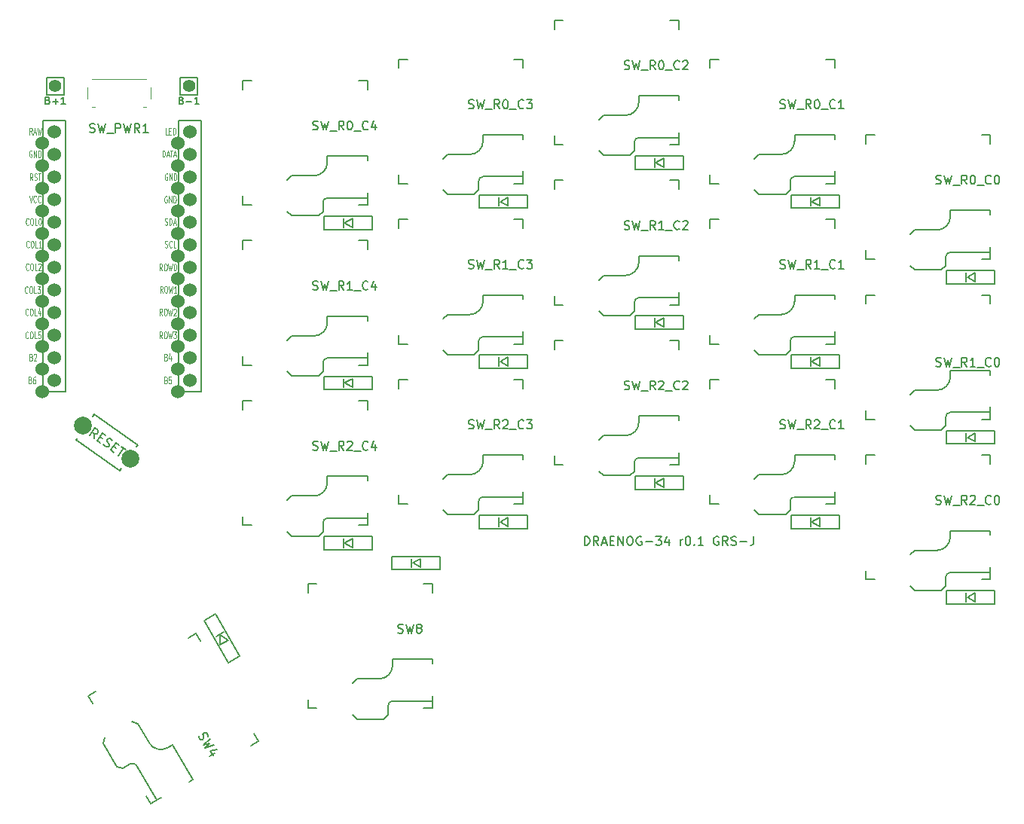
<source format=gto>
%TF.GenerationSoftware,KiCad,Pcbnew,7.0.5-0*%
%TF.CreationDate,2023-08-21T14:14:49+01:00*%
%TF.ProjectId,draenog-34,64726165-6e6f-4672-9d33-342e6b696361,rev?*%
%TF.SameCoordinates,Original*%
%TF.FileFunction,Legend,Top*%
%TF.FilePolarity,Positive*%
%FSLAX46Y46*%
G04 Gerber Fmt 4.6, Leading zero omitted, Abs format (unit mm)*
G04 Created by KiCad (PCBNEW 7.0.5-0) date 2023-08-21 14:14:49*
%MOMM*%
%LPD*%
G01*
G04 APERTURE LIST*
%ADD10C,0.150000*%
%ADD11C,0.125000*%
%ADD12C,0.120000*%
%ADD13C,1.397000*%
%ADD14C,2.000000*%
%ADD15C,1.524000*%
G04 APERTURE END LIST*
D10*
X151720779Y-78609819D02*
X151720779Y-77609819D01*
X151720779Y-77609819D02*
X151958874Y-77609819D01*
X151958874Y-77609819D02*
X152101731Y-77657438D01*
X152101731Y-77657438D02*
X152196969Y-77752676D01*
X152196969Y-77752676D02*
X152244588Y-77847914D01*
X152244588Y-77847914D02*
X152292207Y-78038390D01*
X152292207Y-78038390D02*
X152292207Y-78181247D01*
X152292207Y-78181247D02*
X152244588Y-78371723D01*
X152244588Y-78371723D02*
X152196969Y-78466961D01*
X152196969Y-78466961D02*
X152101731Y-78562200D01*
X152101731Y-78562200D02*
X151958874Y-78609819D01*
X151958874Y-78609819D02*
X151720779Y-78609819D01*
X153292207Y-78609819D02*
X152958874Y-78133628D01*
X152720779Y-78609819D02*
X152720779Y-77609819D01*
X152720779Y-77609819D02*
X153101731Y-77609819D01*
X153101731Y-77609819D02*
X153196969Y-77657438D01*
X153196969Y-77657438D02*
X153244588Y-77705057D01*
X153244588Y-77705057D02*
X153292207Y-77800295D01*
X153292207Y-77800295D02*
X153292207Y-77943152D01*
X153292207Y-77943152D02*
X153244588Y-78038390D01*
X153244588Y-78038390D02*
X153196969Y-78086009D01*
X153196969Y-78086009D02*
X153101731Y-78133628D01*
X153101731Y-78133628D02*
X152720779Y-78133628D01*
X153673160Y-78324104D02*
X154149350Y-78324104D01*
X153577922Y-78609819D02*
X153911255Y-77609819D01*
X153911255Y-77609819D02*
X154244588Y-78609819D01*
X154577922Y-78086009D02*
X154911255Y-78086009D01*
X155054112Y-78609819D02*
X154577922Y-78609819D01*
X154577922Y-78609819D02*
X154577922Y-77609819D01*
X154577922Y-77609819D02*
X155054112Y-77609819D01*
X155482684Y-78609819D02*
X155482684Y-77609819D01*
X155482684Y-77609819D02*
X156054112Y-78609819D01*
X156054112Y-78609819D02*
X156054112Y-77609819D01*
X156720779Y-77609819D02*
X156911255Y-77609819D01*
X156911255Y-77609819D02*
X157006493Y-77657438D01*
X157006493Y-77657438D02*
X157101731Y-77752676D01*
X157101731Y-77752676D02*
X157149350Y-77943152D01*
X157149350Y-77943152D02*
X157149350Y-78276485D01*
X157149350Y-78276485D02*
X157101731Y-78466961D01*
X157101731Y-78466961D02*
X157006493Y-78562200D01*
X157006493Y-78562200D02*
X156911255Y-78609819D01*
X156911255Y-78609819D02*
X156720779Y-78609819D01*
X156720779Y-78609819D02*
X156625541Y-78562200D01*
X156625541Y-78562200D02*
X156530303Y-78466961D01*
X156530303Y-78466961D02*
X156482684Y-78276485D01*
X156482684Y-78276485D02*
X156482684Y-77943152D01*
X156482684Y-77943152D02*
X156530303Y-77752676D01*
X156530303Y-77752676D02*
X156625541Y-77657438D01*
X156625541Y-77657438D02*
X156720779Y-77609819D01*
X158101731Y-77657438D02*
X158006493Y-77609819D01*
X158006493Y-77609819D02*
X157863636Y-77609819D01*
X157863636Y-77609819D02*
X157720779Y-77657438D01*
X157720779Y-77657438D02*
X157625541Y-77752676D01*
X157625541Y-77752676D02*
X157577922Y-77847914D01*
X157577922Y-77847914D02*
X157530303Y-78038390D01*
X157530303Y-78038390D02*
X157530303Y-78181247D01*
X157530303Y-78181247D02*
X157577922Y-78371723D01*
X157577922Y-78371723D02*
X157625541Y-78466961D01*
X157625541Y-78466961D02*
X157720779Y-78562200D01*
X157720779Y-78562200D02*
X157863636Y-78609819D01*
X157863636Y-78609819D02*
X157958874Y-78609819D01*
X157958874Y-78609819D02*
X158101731Y-78562200D01*
X158101731Y-78562200D02*
X158149350Y-78514580D01*
X158149350Y-78514580D02*
X158149350Y-78181247D01*
X158149350Y-78181247D02*
X157958874Y-78181247D01*
X158577922Y-78228866D02*
X159339827Y-78228866D01*
X159720779Y-77609819D02*
X160339826Y-77609819D01*
X160339826Y-77609819D02*
X160006493Y-77990771D01*
X160006493Y-77990771D02*
X160149350Y-77990771D01*
X160149350Y-77990771D02*
X160244588Y-78038390D01*
X160244588Y-78038390D02*
X160292207Y-78086009D01*
X160292207Y-78086009D02*
X160339826Y-78181247D01*
X160339826Y-78181247D02*
X160339826Y-78419342D01*
X160339826Y-78419342D02*
X160292207Y-78514580D01*
X160292207Y-78514580D02*
X160244588Y-78562200D01*
X160244588Y-78562200D02*
X160149350Y-78609819D01*
X160149350Y-78609819D02*
X159863636Y-78609819D01*
X159863636Y-78609819D02*
X159768398Y-78562200D01*
X159768398Y-78562200D02*
X159720779Y-78514580D01*
X161196969Y-77943152D02*
X161196969Y-78609819D01*
X160958874Y-77562200D02*
X160720779Y-78276485D01*
X160720779Y-78276485D02*
X161339826Y-78276485D01*
X162482684Y-78609819D02*
X162482684Y-77943152D01*
X162482684Y-78133628D02*
X162530303Y-78038390D01*
X162530303Y-78038390D02*
X162577922Y-77990771D01*
X162577922Y-77990771D02*
X162673160Y-77943152D01*
X162673160Y-77943152D02*
X162768398Y-77943152D01*
X163292208Y-77609819D02*
X163387446Y-77609819D01*
X163387446Y-77609819D02*
X163482684Y-77657438D01*
X163482684Y-77657438D02*
X163530303Y-77705057D01*
X163530303Y-77705057D02*
X163577922Y-77800295D01*
X163577922Y-77800295D02*
X163625541Y-77990771D01*
X163625541Y-77990771D02*
X163625541Y-78228866D01*
X163625541Y-78228866D02*
X163577922Y-78419342D01*
X163577922Y-78419342D02*
X163530303Y-78514580D01*
X163530303Y-78514580D02*
X163482684Y-78562200D01*
X163482684Y-78562200D02*
X163387446Y-78609819D01*
X163387446Y-78609819D02*
X163292208Y-78609819D01*
X163292208Y-78609819D02*
X163196970Y-78562200D01*
X163196970Y-78562200D02*
X163149351Y-78514580D01*
X163149351Y-78514580D02*
X163101732Y-78419342D01*
X163101732Y-78419342D02*
X163054113Y-78228866D01*
X163054113Y-78228866D02*
X163054113Y-77990771D01*
X163054113Y-77990771D02*
X163101732Y-77800295D01*
X163101732Y-77800295D02*
X163149351Y-77705057D01*
X163149351Y-77705057D02*
X163196970Y-77657438D01*
X163196970Y-77657438D02*
X163292208Y-77609819D01*
X164054113Y-78514580D02*
X164101732Y-78562200D01*
X164101732Y-78562200D02*
X164054113Y-78609819D01*
X164054113Y-78609819D02*
X164006494Y-78562200D01*
X164006494Y-78562200D02*
X164054113Y-78514580D01*
X164054113Y-78514580D02*
X164054113Y-78609819D01*
X165054112Y-78609819D02*
X164482684Y-78609819D01*
X164768398Y-78609819D02*
X164768398Y-77609819D01*
X164768398Y-77609819D02*
X164673160Y-77752676D01*
X164673160Y-77752676D02*
X164577922Y-77847914D01*
X164577922Y-77847914D02*
X164482684Y-77895533D01*
X166768398Y-77657438D02*
X166673160Y-77609819D01*
X166673160Y-77609819D02*
X166530303Y-77609819D01*
X166530303Y-77609819D02*
X166387446Y-77657438D01*
X166387446Y-77657438D02*
X166292208Y-77752676D01*
X166292208Y-77752676D02*
X166244589Y-77847914D01*
X166244589Y-77847914D02*
X166196970Y-78038390D01*
X166196970Y-78038390D02*
X166196970Y-78181247D01*
X166196970Y-78181247D02*
X166244589Y-78371723D01*
X166244589Y-78371723D02*
X166292208Y-78466961D01*
X166292208Y-78466961D02*
X166387446Y-78562200D01*
X166387446Y-78562200D02*
X166530303Y-78609819D01*
X166530303Y-78609819D02*
X166625541Y-78609819D01*
X166625541Y-78609819D02*
X166768398Y-78562200D01*
X166768398Y-78562200D02*
X166816017Y-78514580D01*
X166816017Y-78514580D02*
X166816017Y-78181247D01*
X166816017Y-78181247D02*
X166625541Y-78181247D01*
X167816017Y-78609819D02*
X167482684Y-78133628D01*
X167244589Y-78609819D02*
X167244589Y-77609819D01*
X167244589Y-77609819D02*
X167625541Y-77609819D01*
X167625541Y-77609819D02*
X167720779Y-77657438D01*
X167720779Y-77657438D02*
X167768398Y-77705057D01*
X167768398Y-77705057D02*
X167816017Y-77800295D01*
X167816017Y-77800295D02*
X167816017Y-77943152D01*
X167816017Y-77943152D02*
X167768398Y-78038390D01*
X167768398Y-78038390D02*
X167720779Y-78086009D01*
X167720779Y-78086009D02*
X167625541Y-78133628D01*
X167625541Y-78133628D02*
X167244589Y-78133628D01*
X168196970Y-78562200D02*
X168339827Y-78609819D01*
X168339827Y-78609819D02*
X168577922Y-78609819D01*
X168577922Y-78609819D02*
X168673160Y-78562200D01*
X168673160Y-78562200D02*
X168720779Y-78514580D01*
X168720779Y-78514580D02*
X168768398Y-78419342D01*
X168768398Y-78419342D02*
X168768398Y-78324104D01*
X168768398Y-78324104D02*
X168720779Y-78228866D01*
X168720779Y-78228866D02*
X168673160Y-78181247D01*
X168673160Y-78181247D02*
X168577922Y-78133628D01*
X168577922Y-78133628D02*
X168387446Y-78086009D01*
X168387446Y-78086009D02*
X168292208Y-78038390D01*
X168292208Y-78038390D02*
X168244589Y-77990771D01*
X168244589Y-77990771D02*
X168196970Y-77895533D01*
X168196970Y-77895533D02*
X168196970Y-77800295D01*
X168196970Y-77800295D02*
X168244589Y-77705057D01*
X168244589Y-77705057D02*
X168292208Y-77657438D01*
X168292208Y-77657438D02*
X168387446Y-77609819D01*
X168387446Y-77609819D02*
X168625541Y-77609819D01*
X168625541Y-77609819D02*
X168768398Y-77657438D01*
X169196970Y-78228866D02*
X169958875Y-78228866D01*
X170720779Y-77609819D02*
X170720779Y-78324104D01*
X170720779Y-78324104D02*
X170673160Y-78466961D01*
X170673160Y-78466961D02*
X170577922Y-78562200D01*
X170577922Y-78562200D02*
X170435065Y-78609819D01*
X170435065Y-78609819D02*
X170339827Y-78609819D01*
%TO.C,SW4*%
X108349215Y-100046828D02*
X108379404Y-100194356D01*
X108379404Y-100194356D02*
X108498451Y-100400552D01*
X108498451Y-100400552D02*
X108587310Y-100459221D01*
X108587310Y-100459221D02*
X108652359Y-100476651D01*
X108652359Y-100476651D02*
X108758647Y-100470272D01*
X108758647Y-100470272D02*
X108841125Y-100422652D01*
X108841125Y-100422652D02*
X108899794Y-100333794D01*
X108899794Y-100333794D02*
X108917224Y-100268745D01*
X108917224Y-100268745D02*
X108910844Y-100162457D01*
X108910844Y-100162457D02*
X108856846Y-99973690D01*
X108856846Y-99973690D02*
X108850466Y-99867402D01*
X108850466Y-99867402D02*
X108867896Y-99802353D01*
X108867896Y-99802353D02*
X108926565Y-99713495D01*
X108926565Y-99713495D02*
X109009043Y-99665876D01*
X109009043Y-99665876D02*
X109115332Y-99659496D01*
X109115332Y-99659496D02*
X109180380Y-99676926D01*
X109180380Y-99676926D02*
X109269239Y-99735595D01*
X109269239Y-99735595D02*
X109388286Y-99941792D01*
X109388286Y-99941792D02*
X109418476Y-100089319D01*
X109626382Y-100354185D02*
X108879404Y-101060381D01*
X108879404Y-101060381D02*
X109593232Y-100868196D01*
X109593232Y-100868196D02*
X109069880Y-101390296D01*
X109069880Y-101390296D02*
X110054953Y-101096492D01*
X110171040Y-101964227D02*
X109593689Y-102297560D01*
X110381907Y-101567554D02*
X109644269Y-101718501D01*
X109644269Y-101718501D02*
X109953793Y-102254612D01*
%TO.C,B+1*%
X91417848Y-28593464D02*
X91533962Y-28632169D01*
X91533962Y-28632169D02*
X91572667Y-28670873D01*
X91572667Y-28670873D02*
X91611371Y-28748283D01*
X91611371Y-28748283D02*
X91611371Y-28864397D01*
X91611371Y-28864397D02*
X91572667Y-28941807D01*
X91572667Y-28941807D02*
X91533962Y-28980512D01*
X91533962Y-28980512D02*
X91456552Y-29019216D01*
X91456552Y-29019216D02*
X91146914Y-29019216D01*
X91146914Y-29019216D02*
X91146914Y-28206416D01*
X91146914Y-28206416D02*
X91417848Y-28206416D01*
X91417848Y-28206416D02*
X91495257Y-28245121D01*
X91495257Y-28245121D02*
X91533962Y-28283826D01*
X91533962Y-28283826D02*
X91572667Y-28361235D01*
X91572667Y-28361235D02*
X91572667Y-28438645D01*
X91572667Y-28438645D02*
X91533962Y-28516054D01*
X91533962Y-28516054D02*
X91495257Y-28554759D01*
X91495257Y-28554759D02*
X91417848Y-28593464D01*
X91417848Y-28593464D02*
X91146914Y-28593464D01*
X91959714Y-28709578D02*
X92578991Y-28709578D01*
X92269352Y-29019216D02*
X92269352Y-28399940D01*
X93391791Y-29019216D02*
X92927334Y-29019216D01*
X93159562Y-29019216D02*
X93159562Y-28206416D01*
X93159562Y-28206416D02*
X93082153Y-28322531D01*
X93082153Y-28322531D02*
X93004743Y-28399940D01*
X93004743Y-28399940D02*
X92927334Y-28438645D01*
%TO.C,SW_R2_C2*%
X156190571Y-61082200D02*
X156333428Y-61129819D01*
X156333428Y-61129819D02*
X156571523Y-61129819D01*
X156571523Y-61129819D02*
X156666761Y-61082200D01*
X156666761Y-61082200D02*
X156714380Y-61034580D01*
X156714380Y-61034580D02*
X156761999Y-60939342D01*
X156761999Y-60939342D02*
X156761999Y-60844104D01*
X156761999Y-60844104D02*
X156714380Y-60748866D01*
X156714380Y-60748866D02*
X156666761Y-60701247D01*
X156666761Y-60701247D02*
X156571523Y-60653628D01*
X156571523Y-60653628D02*
X156381047Y-60606009D01*
X156381047Y-60606009D02*
X156285809Y-60558390D01*
X156285809Y-60558390D02*
X156238190Y-60510771D01*
X156238190Y-60510771D02*
X156190571Y-60415533D01*
X156190571Y-60415533D02*
X156190571Y-60320295D01*
X156190571Y-60320295D02*
X156238190Y-60225057D01*
X156238190Y-60225057D02*
X156285809Y-60177438D01*
X156285809Y-60177438D02*
X156381047Y-60129819D01*
X156381047Y-60129819D02*
X156619142Y-60129819D01*
X156619142Y-60129819D02*
X156761999Y-60177438D01*
X157095333Y-60129819D02*
X157333428Y-61129819D01*
X157333428Y-61129819D02*
X157523904Y-60415533D01*
X157523904Y-60415533D02*
X157714380Y-61129819D01*
X157714380Y-61129819D02*
X157952476Y-60129819D01*
X158095333Y-61225057D02*
X158857237Y-61225057D01*
X159666761Y-61129819D02*
X159333428Y-60653628D01*
X159095333Y-61129819D02*
X159095333Y-60129819D01*
X159095333Y-60129819D02*
X159476285Y-60129819D01*
X159476285Y-60129819D02*
X159571523Y-60177438D01*
X159571523Y-60177438D02*
X159619142Y-60225057D01*
X159619142Y-60225057D02*
X159666761Y-60320295D01*
X159666761Y-60320295D02*
X159666761Y-60463152D01*
X159666761Y-60463152D02*
X159619142Y-60558390D01*
X159619142Y-60558390D02*
X159571523Y-60606009D01*
X159571523Y-60606009D02*
X159476285Y-60653628D01*
X159476285Y-60653628D02*
X159095333Y-60653628D01*
X160047714Y-60225057D02*
X160095333Y-60177438D01*
X160095333Y-60177438D02*
X160190571Y-60129819D01*
X160190571Y-60129819D02*
X160428666Y-60129819D01*
X160428666Y-60129819D02*
X160523904Y-60177438D01*
X160523904Y-60177438D02*
X160571523Y-60225057D01*
X160571523Y-60225057D02*
X160619142Y-60320295D01*
X160619142Y-60320295D02*
X160619142Y-60415533D01*
X160619142Y-60415533D02*
X160571523Y-60558390D01*
X160571523Y-60558390D02*
X160000095Y-61129819D01*
X160000095Y-61129819D02*
X160619142Y-61129819D01*
X160809619Y-61225057D02*
X161571523Y-61225057D01*
X162381047Y-61034580D02*
X162333428Y-61082200D01*
X162333428Y-61082200D02*
X162190571Y-61129819D01*
X162190571Y-61129819D02*
X162095333Y-61129819D01*
X162095333Y-61129819D02*
X161952476Y-61082200D01*
X161952476Y-61082200D02*
X161857238Y-60986961D01*
X161857238Y-60986961D02*
X161809619Y-60891723D01*
X161809619Y-60891723D02*
X161762000Y-60701247D01*
X161762000Y-60701247D02*
X161762000Y-60558390D01*
X161762000Y-60558390D02*
X161809619Y-60367914D01*
X161809619Y-60367914D02*
X161857238Y-60272676D01*
X161857238Y-60272676D02*
X161952476Y-60177438D01*
X161952476Y-60177438D02*
X162095333Y-60129819D01*
X162095333Y-60129819D02*
X162190571Y-60129819D01*
X162190571Y-60129819D02*
X162333428Y-60177438D01*
X162333428Y-60177438D02*
X162381047Y-60225057D01*
X162762000Y-60225057D02*
X162809619Y-60177438D01*
X162809619Y-60177438D02*
X162904857Y-60129819D01*
X162904857Y-60129819D02*
X163142952Y-60129819D01*
X163142952Y-60129819D02*
X163238190Y-60177438D01*
X163238190Y-60177438D02*
X163285809Y-60225057D01*
X163285809Y-60225057D02*
X163333428Y-60320295D01*
X163333428Y-60320295D02*
X163333428Y-60415533D01*
X163333428Y-60415533D02*
X163285809Y-60558390D01*
X163285809Y-60558390D02*
X162714381Y-61129819D01*
X162714381Y-61129819D02*
X163333428Y-61129819D01*
%TO.C,SW_R2_C0*%
X191190571Y-73972200D02*
X191333428Y-74019819D01*
X191333428Y-74019819D02*
X191571523Y-74019819D01*
X191571523Y-74019819D02*
X191666761Y-73972200D01*
X191666761Y-73972200D02*
X191714380Y-73924580D01*
X191714380Y-73924580D02*
X191761999Y-73829342D01*
X191761999Y-73829342D02*
X191761999Y-73734104D01*
X191761999Y-73734104D02*
X191714380Y-73638866D01*
X191714380Y-73638866D02*
X191666761Y-73591247D01*
X191666761Y-73591247D02*
X191571523Y-73543628D01*
X191571523Y-73543628D02*
X191381047Y-73496009D01*
X191381047Y-73496009D02*
X191285809Y-73448390D01*
X191285809Y-73448390D02*
X191238190Y-73400771D01*
X191238190Y-73400771D02*
X191190571Y-73305533D01*
X191190571Y-73305533D02*
X191190571Y-73210295D01*
X191190571Y-73210295D02*
X191238190Y-73115057D01*
X191238190Y-73115057D02*
X191285809Y-73067438D01*
X191285809Y-73067438D02*
X191381047Y-73019819D01*
X191381047Y-73019819D02*
X191619142Y-73019819D01*
X191619142Y-73019819D02*
X191761999Y-73067438D01*
X192095333Y-73019819D02*
X192333428Y-74019819D01*
X192333428Y-74019819D02*
X192523904Y-73305533D01*
X192523904Y-73305533D02*
X192714380Y-74019819D01*
X192714380Y-74019819D02*
X192952476Y-73019819D01*
X193095333Y-74115057D02*
X193857237Y-74115057D01*
X194666761Y-74019819D02*
X194333428Y-73543628D01*
X194095333Y-74019819D02*
X194095333Y-73019819D01*
X194095333Y-73019819D02*
X194476285Y-73019819D01*
X194476285Y-73019819D02*
X194571523Y-73067438D01*
X194571523Y-73067438D02*
X194619142Y-73115057D01*
X194619142Y-73115057D02*
X194666761Y-73210295D01*
X194666761Y-73210295D02*
X194666761Y-73353152D01*
X194666761Y-73353152D02*
X194619142Y-73448390D01*
X194619142Y-73448390D02*
X194571523Y-73496009D01*
X194571523Y-73496009D02*
X194476285Y-73543628D01*
X194476285Y-73543628D02*
X194095333Y-73543628D01*
X195047714Y-73115057D02*
X195095333Y-73067438D01*
X195095333Y-73067438D02*
X195190571Y-73019819D01*
X195190571Y-73019819D02*
X195428666Y-73019819D01*
X195428666Y-73019819D02*
X195523904Y-73067438D01*
X195523904Y-73067438D02*
X195571523Y-73115057D01*
X195571523Y-73115057D02*
X195619142Y-73210295D01*
X195619142Y-73210295D02*
X195619142Y-73305533D01*
X195619142Y-73305533D02*
X195571523Y-73448390D01*
X195571523Y-73448390D02*
X195000095Y-74019819D01*
X195000095Y-74019819D02*
X195619142Y-74019819D01*
X195809619Y-74115057D02*
X196571523Y-74115057D01*
X197381047Y-73924580D02*
X197333428Y-73972200D01*
X197333428Y-73972200D02*
X197190571Y-74019819D01*
X197190571Y-74019819D02*
X197095333Y-74019819D01*
X197095333Y-74019819D02*
X196952476Y-73972200D01*
X196952476Y-73972200D02*
X196857238Y-73876961D01*
X196857238Y-73876961D02*
X196809619Y-73781723D01*
X196809619Y-73781723D02*
X196762000Y-73591247D01*
X196762000Y-73591247D02*
X196762000Y-73448390D01*
X196762000Y-73448390D02*
X196809619Y-73257914D01*
X196809619Y-73257914D02*
X196857238Y-73162676D01*
X196857238Y-73162676D02*
X196952476Y-73067438D01*
X196952476Y-73067438D02*
X197095333Y-73019819D01*
X197095333Y-73019819D02*
X197190571Y-73019819D01*
X197190571Y-73019819D02*
X197333428Y-73067438D01*
X197333428Y-73067438D02*
X197381047Y-73115057D01*
X198000095Y-73019819D02*
X198095333Y-73019819D01*
X198095333Y-73019819D02*
X198190571Y-73067438D01*
X198190571Y-73067438D02*
X198238190Y-73115057D01*
X198238190Y-73115057D02*
X198285809Y-73210295D01*
X198285809Y-73210295D02*
X198333428Y-73400771D01*
X198333428Y-73400771D02*
X198333428Y-73638866D01*
X198333428Y-73638866D02*
X198285809Y-73829342D01*
X198285809Y-73829342D02*
X198238190Y-73924580D01*
X198238190Y-73924580D02*
X198190571Y-73972200D01*
X198190571Y-73972200D02*
X198095333Y-74019819D01*
X198095333Y-74019819D02*
X198000095Y-74019819D01*
X198000095Y-74019819D02*
X197904857Y-73972200D01*
X197904857Y-73972200D02*
X197857238Y-73924580D01*
X197857238Y-73924580D02*
X197809619Y-73829342D01*
X197809619Y-73829342D02*
X197762000Y-73638866D01*
X197762000Y-73638866D02*
X197762000Y-73400771D01*
X197762000Y-73400771D02*
X197809619Y-73210295D01*
X197809619Y-73210295D02*
X197857238Y-73115057D01*
X197857238Y-73115057D02*
X197904857Y-73067438D01*
X197904857Y-73067438D02*
X198000095Y-73019819D01*
%TO.C,SW_RST1*%
X96593405Y-66595514D02*
X96593486Y-66014249D01*
X96125318Y-66267756D02*
X96698895Y-65448604D01*
X96698895Y-65448604D02*
X97010952Y-65667109D01*
X97010952Y-65667109D02*
X97061654Y-65760743D01*
X97061654Y-65760743D02*
X97073348Y-65827063D01*
X97073348Y-65827063D02*
X97057729Y-65932391D01*
X97057729Y-65932391D02*
X96975789Y-66049412D01*
X96975789Y-66049412D02*
X96882156Y-66100114D01*
X96882156Y-66100114D02*
X96815835Y-66111808D01*
X96815835Y-66111808D02*
X96710508Y-66096189D01*
X96710508Y-66096189D02*
X96398450Y-65877683D01*
X97244915Y-66412253D02*
X97517966Y-66603445D01*
X97334543Y-67114464D02*
X96944470Y-66841332D01*
X96944470Y-66841332D02*
X97518047Y-66022180D01*
X97518047Y-66022180D02*
X97908119Y-66295312D01*
X97673914Y-67293962D02*
X97763622Y-67414909D01*
X97763622Y-67414909D02*
X97958658Y-67551475D01*
X97958658Y-67551475D02*
X98063986Y-67567094D01*
X98063986Y-67567094D02*
X98130307Y-67555400D01*
X98130307Y-67555400D02*
X98223940Y-67504698D01*
X98223940Y-67504698D02*
X98278566Y-67426684D01*
X98278566Y-67426684D02*
X98294186Y-67321356D01*
X98294186Y-67321356D02*
X98282491Y-67255036D01*
X98282491Y-67255036D02*
X98231790Y-67161402D01*
X98231790Y-67161402D02*
X98103074Y-67013142D01*
X98103074Y-67013142D02*
X98052373Y-66919509D01*
X98052373Y-66919509D02*
X98040679Y-66853188D01*
X98040679Y-66853188D02*
X98056298Y-66747861D01*
X98056298Y-66747861D02*
X98110924Y-66669846D01*
X98110924Y-66669846D02*
X98204558Y-66619145D01*
X98204558Y-66619145D02*
X98270878Y-66607451D01*
X98270878Y-66607451D02*
X98376206Y-66623070D01*
X98376206Y-66623070D02*
X98571242Y-66759636D01*
X98571242Y-66759636D02*
X98660951Y-66880582D01*
X98766197Y-67477466D02*
X99039248Y-67668658D01*
X98855825Y-68179677D02*
X98465753Y-67906546D01*
X98465753Y-67906546D02*
X99039329Y-67087394D01*
X99039329Y-67087394D02*
X99429401Y-67360525D01*
X99663445Y-67524404D02*
X100131532Y-67852162D01*
X99323912Y-68507435D02*
X99897488Y-67688283D01*
%TO.C,SW_R2_C3*%
X138690571Y-65472200D02*
X138833428Y-65519819D01*
X138833428Y-65519819D02*
X139071523Y-65519819D01*
X139071523Y-65519819D02*
X139166761Y-65472200D01*
X139166761Y-65472200D02*
X139214380Y-65424580D01*
X139214380Y-65424580D02*
X139261999Y-65329342D01*
X139261999Y-65329342D02*
X139261999Y-65234104D01*
X139261999Y-65234104D02*
X139214380Y-65138866D01*
X139214380Y-65138866D02*
X139166761Y-65091247D01*
X139166761Y-65091247D02*
X139071523Y-65043628D01*
X139071523Y-65043628D02*
X138881047Y-64996009D01*
X138881047Y-64996009D02*
X138785809Y-64948390D01*
X138785809Y-64948390D02*
X138738190Y-64900771D01*
X138738190Y-64900771D02*
X138690571Y-64805533D01*
X138690571Y-64805533D02*
X138690571Y-64710295D01*
X138690571Y-64710295D02*
X138738190Y-64615057D01*
X138738190Y-64615057D02*
X138785809Y-64567438D01*
X138785809Y-64567438D02*
X138881047Y-64519819D01*
X138881047Y-64519819D02*
X139119142Y-64519819D01*
X139119142Y-64519819D02*
X139261999Y-64567438D01*
X139595333Y-64519819D02*
X139833428Y-65519819D01*
X139833428Y-65519819D02*
X140023904Y-64805533D01*
X140023904Y-64805533D02*
X140214380Y-65519819D01*
X140214380Y-65519819D02*
X140452476Y-64519819D01*
X140595333Y-65615057D02*
X141357237Y-65615057D01*
X142166761Y-65519819D02*
X141833428Y-65043628D01*
X141595333Y-65519819D02*
X141595333Y-64519819D01*
X141595333Y-64519819D02*
X141976285Y-64519819D01*
X141976285Y-64519819D02*
X142071523Y-64567438D01*
X142071523Y-64567438D02*
X142119142Y-64615057D01*
X142119142Y-64615057D02*
X142166761Y-64710295D01*
X142166761Y-64710295D02*
X142166761Y-64853152D01*
X142166761Y-64853152D02*
X142119142Y-64948390D01*
X142119142Y-64948390D02*
X142071523Y-64996009D01*
X142071523Y-64996009D02*
X141976285Y-65043628D01*
X141976285Y-65043628D02*
X141595333Y-65043628D01*
X142547714Y-64615057D02*
X142595333Y-64567438D01*
X142595333Y-64567438D02*
X142690571Y-64519819D01*
X142690571Y-64519819D02*
X142928666Y-64519819D01*
X142928666Y-64519819D02*
X143023904Y-64567438D01*
X143023904Y-64567438D02*
X143071523Y-64615057D01*
X143071523Y-64615057D02*
X143119142Y-64710295D01*
X143119142Y-64710295D02*
X143119142Y-64805533D01*
X143119142Y-64805533D02*
X143071523Y-64948390D01*
X143071523Y-64948390D02*
X142500095Y-65519819D01*
X142500095Y-65519819D02*
X143119142Y-65519819D01*
X143309619Y-65615057D02*
X144071523Y-65615057D01*
X144881047Y-65424580D02*
X144833428Y-65472200D01*
X144833428Y-65472200D02*
X144690571Y-65519819D01*
X144690571Y-65519819D02*
X144595333Y-65519819D01*
X144595333Y-65519819D02*
X144452476Y-65472200D01*
X144452476Y-65472200D02*
X144357238Y-65376961D01*
X144357238Y-65376961D02*
X144309619Y-65281723D01*
X144309619Y-65281723D02*
X144262000Y-65091247D01*
X144262000Y-65091247D02*
X144262000Y-64948390D01*
X144262000Y-64948390D02*
X144309619Y-64757914D01*
X144309619Y-64757914D02*
X144357238Y-64662676D01*
X144357238Y-64662676D02*
X144452476Y-64567438D01*
X144452476Y-64567438D02*
X144595333Y-64519819D01*
X144595333Y-64519819D02*
X144690571Y-64519819D01*
X144690571Y-64519819D02*
X144833428Y-64567438D01*
X144833428Y-64567438D02*
X144881047Y-64615057D01*
X145214381Y-64519819D02*
X145833428Y-64519819D01*
X145833428Y-64519819D02*
X145500095Y-64900771D01*
X145500095Y-64900771D02*
X145642952Y-64900771D01*
X145642952Y-64900771D02*
X145738190Y-64948390D01*
X145738190Y-64948390D02*
X145785809Y-64996009D01*
X145785809Y-64996009D02*
X145833428Y-65091247D01*
X145833428Y-65091247D02*
X145833428Y-65329342D01*
X145833428Y-65329342D02*
X145785809Y-65424580D01*
X145785809Y-65424580D02*
X145738190Y-65472200D01*
X145738190Y-65472200D02*
X145642952Y-65519819D01*
X145642952Y-65519819D02*
X145357238Y-65519819D01*
X145357238Y-65519819D02*
X145262000Y-65472200D01*
X145262000Y-65472200D02*
X145214381Y-65424580D01*
%TO.C,B-1*%
X106417848Y-28593464D02*
X106533962Y-28632169D01*
X106533962Y-28632169D02*
X106572667Y-28670873D01*
X106572667Y-28670873D02*
X106611371Y-28748283D01*
X106611371Y-28748283D02*
X106611371Y-28864397D01*
X106611371Y-28864397D02*
X106572667Y-28941807D01*
X106572667Y-28941807D02*
X106533962Y-28980512D01*
X106533962Y-28980512D02*
X106456552Y-29019216D01*
X106456552Y-29019216D02*
X106146914Y-29019216D01*
X106146914Y-29019216D02*
X106146914Y-28206416D01*
X106146914Y-28206416D02*
X106417848Y-28206416D01*
X106417848Y-28206416D02*
X106495257Y-28245121D01*
X106495257Y-28245121D02*
X106533962Y-28283826D01*
X106533962Y-28283826D02*
X106572667Y-28361235D01*
X106572667Y-28361235D02*
X106572667Y-28438645D01*
X106572667Y-28438645D02*
X106533962Y-28516054D01*
X106533962Y-28516054D02*
X106495257Y-28554759D01*
X106495257Y-28554759D02*
X106417848Y-28593464D01*
X106417848Y-28593464D02*
X106146914Y-28593464D01*
X106959714Y-28709578D02*
X107578991Y-28709578D01*
X108391791Y-29019216D02*
X107927334Y-29019216D01*
X108159562Y-29019216D02*
X108159562Y-28206416D01*
X108159562Y-28206416D02*
X108082153Y-28322531D01*
X108082153Y-28322531D02*
X108004743Y-28399940D01*
X108004743Y-28399940D02*
X107927334Y-28438645D01*
%TO.C,SW_R1_C1*%
X173690571Y-47472200D02*
X173833428Y-47519819D01*
X173833428Y-47519819D02*
X174071523Y-47519819D01*
X174071523Y-47519819D02*
X174166761Y-47472200D01*
X174166761Y-47472200D02*
X174214380Y-47424580D01*
X174214380Y-47424580D02*
X174261999Y-47329342D01*
X174261999Y-47329342D02*
X174261999Y-47234104D01*
X174261999Y-47234104D02*
X174214380Y-47138866D01*
X174214380Y-47138866D02*
X174166761Y-47091247D01*
X174166761Y-47091247D02*
X174071523Y-47043628D01*
X174071523Y-47043628D02*
X173881047Y-46996009D01*
X173881047Y-46996009D02*
X173785809Y-46948390D01*
X173785809Y-46948390D02*
X173738190Y-46900771D01*
X173738190Y-46900771D02*
X173690571Y-46805533D01*
X173690571Y-46805533D02*
X173690571Y-46710295D01*
X173690571Y-46710295D02*
X173738190Y-46615057D01*
X173738190Y-46615057D02*
X173785809Y-46567438D01*
X173785809Y-46567438D02*
X173881047Y-46519819D01*
X173881047Y-46519819D02*
X174119142Y-46519819D01*
X174119142Y-46519819D02*
X174261999Y-46567438D01*
X174595333Y-46519819D02*
X174833428Y-47519819D01*
X174833428Y-47519819D02*
X175023904Y-46805533D01*
X175023904Y-46805533D02*
X175214380Y-47519819D01*
X175214380Y-47519819D02*
X175452476Y-46519819D01*
X175595333Y-47615057D02*
X176357237Y-47615057D01*
X177166761Y-47519819D02*
X176833428Y-47043628D01*
X176595333Y-47519819D02*
X176595333Y-46519819D01*
X176595333Y-46519819D02*
X176976285Y-46519819D01*
X176976285Y-46519819D02*
X177071523Y-46567438D01*
X177071523Y-46567438D02*
X177119142Y-46615057D01*
X177119142Y-46615057D02*
X177166761Y-46710295D01*
X177166761Y-46710295D02*
X177166761Y-46853152D01*
X177166761Y-46853152D02*
X177119142Y-46948390D01*
X177119142Y-46948390D02*
X177071523Y-46996009D01*
X177071523Y-46996009D02*
X176976285Y-47043628D01*
X176976285Y-47043628D02*
X176595333Y-47043628D01*
X178119142Y-47519819D02*
X177547714Y-47519819D01*
X177833428Y-47519819D02*
X177833428Y-46519819D01*
X177833428Y-46519819D02*
X177738190Y-46662676D01*
X177738190Y-46662676D02*
X177642952Y-46757914D01*
X177642952Y-46757914D02*
X177547714Y-46805533D01*
X178309619Y-47615057D02*
X179071523Y-47615057D01*
X179881047Y-47424580D02*
X179833428Y-47472200D01*
X179833428Y-47472200D02*
X179690571Y-47519819D01*
X179690571Y-47519819D02*
X179595333Y-47519819D01*
X179595333Y-47519819D02*
X179452476Y-47472200D01*
X179452476Y-47472200D02*
X179357238Y-47376961D01*
X179357238Y-47376961D02*
X179309619Y-47281723D01*
X179309619Y-47281723D02*
X179262000Y-47091247D01*
X179262000Y-47091247D02*
X179262000Y-46948390D01*
X179262000Y-46948390D02*
X179309619Y-46757914D01*
X179309619Y-46757914D02*
X179357238Y-46662676D01*
X179357238Y-46662676D02*
X179452476Y-46567438D01*
X179452476Y-46567438D02*
X179595333Y-46519819D01*
X179595333Y-46519819D02*
X179690571Y-46519819D01*
X179690571Y-46519819D02*
X179833428Y-46567438D01*
X179833428Y-46567438D02*
X179881047Y-46615057D01*
X180833428Y-47519819D02*
X180262000Y-47519819D01*
X180547714Y-47519819D02*
X180547714Y-46519819D01*
X180547714Y-46519819D02*
X180452476Y-46662676D01*
X180452476Y-46662676D02*
X180357238Y-46757914D01*
X180357238Y-46757914D02*
X180262000Y-46805533D01*
D11*
%TO.C,U1*%
X89147380Y-50192035D02*
X89123571Y-50227750D01*
X89123571Y-50227750D02*
X89052142Y-50263464D01*
X89052142Y-50263464D02*
X89004523Y-50263464D01*
X89004523Y-50263464D02*
X88933095Y-50227750D01*
X88933095Y-50227750D02*
X88885476Y-50156321D01*
X88885476Y-50156321D02*
X88861666Y-50084892D01*
X88861666Y-50084892D02*
X88837857Y-49942035D01*
X88837857Y-49942035D02*
X88837857Y-49834892D01*
X88837857Y-49834892D02*
X88861666Y-49692035D01*
X88861666Y-49692035D02*
X88885476Y-49620607D01*
X88885476Y-49620607D02*
X88933095Y-49549178D01*
X88933095Y-49549178D02*
X89004523Y-49513464D01*
X89004523Y-49513464D02*
X89052142Y-49513464D01*
X89052142Y-49513464D02*
X89123571Y-49549178D01*
X89123571Y-49549178D02*
X89147380Y-49584892D01*
X89456904Y-49513464D02*
X89552142Y-49513464D01*
X89552142Y-49513464D02*
X89599761Y-49549178D01*
X89599761Y-49549178D02*
X89647380Y-49620607D01*
X89647380Y-49620607D02*
X89671190Y-49763464D01*
X89671190Y-49763464D02*
X89671190Y-50013464D01*
X89671190Y-50013464D02*
X89647380Y-50156321D01*
X89647380Y-50156321D02*
X89599761Y-50227750D01*
X89599761Y-50227750D02*
X89552142Y-50263464D01*
X89552142Y-50263464D02*
X89456904Y-50263464D01*
X89456904Y-50263464D02*
X89409285Y-50227750D01*
X89409285Y-50227750D02*
X89361666Y-50156321D01*
X89361666Y-50156321D02*
X89337857Y-50013464D01*
X89337857Y-50013464D02*
X89337857Y-49763464D01*
X89337857Y-49763464D02*
X89361666Y-49620607D01*
X89361666Y-49620607D02*
X89409285Y-49549178D01*
X89409285Y-49549178D02*
X89456904Y-49513464D01*
X90123571Y-50263464D02*
X89885476Y-50263464D01*
X89885476Y-50263464D02*
X89885476Y-49513464D01*
X90242619Y-49513464D02*
X90552143Y-49513464D01*
X90552143Y-49513464D02*
X90385476Y-49799178D01*
X90385476Y-49799178D02*
X90456905Y-49799178D01*
X90456905Y-49799178D02*
X90504524Y-49834892D01*
X90504524Y-49834892D02*
X90528333Y-49870607D01*
X90528333Y-49870607D02*
X90552143Y-49942035D01*
X90552143Y-49942035D02*
X90552143Y-50120607D01*
X90552143Y-50120607D02*
X90528333Y-50192035D01*
X90528333Y-50192035D02*
X90504524Y-50227750D01*
X90504524Y-50227750D02*
X90456905Y-50263464D01*
X90456905Y-50263464D02*
X90314048Y-50263464D01*
X90314048Y-50263464D02*
X90266429Y-50227750D01*
X90266429Y-50227750D02*
X90242619Y-50192035D01*
X104264047Y-55358964D02*
X104097381Y-55001821D01*
X103978333Y-55358964D02*
X103978333Y-54608964D01*
X103978333Y-54608964D02*
X104168809Y-54608964D01*
X104168809Y-54608964D02*
X104216428Y-54644678D01*
X104216428Y-54644678D02*
X104240238Y-54680392D01*
X104240238Y-54680392D02*
X104264047Y-54751821D01*
X104264047Y-54751821D02*
X104264047Y-54858964D01*
X104264047Y-54858964D02*
X104240238Y-54930392D01*
X104240238Y-54930392D02*
X104216428Y-54966107D01*
X104216428Y-54966107D02*
X104168809Y-55001821D01*
X104168809Y-55001821D02*
X103978333Y-55001821D01*
X104573571Y-54608964D02*
X104668809Y-54608964D01*
X104668809Y-54608964D02*
X104716428Y-54644678D01*
X104716428Y-54644678D02*
X104764047Y-54716107D01*
X104764047Y-54716107D02*
X104787857Y-54858964D01*
X104787857Y-54858964D02*
X104787857Y-55108964D01*
X104787857Y-55108964D02*
X104764047Y-55251821D01*
X104764047Y-55251821D02*
X104716428Y-55323250D01*
X104716428Y-55323250D02*
X104668809Y-55358964D01*
X104668809Y-55358964D02*
X104573571Y-55358964D01*
X104573571Y-55358964D02*
X104525952Y-55323250D01*
X104525952Y-55323250D02*
X104478333Y-55251821D01*
X104478333Y-55251821D02*
X104454524Y-55108964D01*
X104454524Y-55108964D02*
X104454524Y-54858964D01*
X104454524Y-54858964D02*
X104478333Y-54716107D01*
X104478333Y-54716107D02*
X104525952Y-54644678D01*
X104525952Y-54644678D02*
X104573571Y-54608964D01*
X104954524Y-54608964D02*
X105073572Y-55358964D01*
X105073572Y-55358964D02*
X105168810Y-54823250D01*
X105168810Y-54823250D02*
X105264048Y-55358964D01*
X105264048Y-55358964D02*
X105383096Y-54608964D01*
X105525953Y-54608964D02*
X105835477Y-54608964D01*
X105835477Y-54608964D02*
X105668810Y-54894678D01*
X105668810Y-54894678D02*
X105740239Y-54894678D01*
X105740239Y-54894678D02*
X105787858Y-54930392D01*
X105787858Y-54930392D02*
X105811667Y-54966107D01*
X105811667Y-54966107D02*
X105835477Y-55037535D01*
X105835477Y-55037535D02*
X105835477Y-55216107D01*
X105835477Y-55216107D02*
X105811667Y-55287535D01*
X105811667Y-55287535D02*
X105787858Y-55323250D01*
X105787858Y-55323250D02*
X105740239Y-55358964D01*
X105740239Y-55358964D02*
X105597382Y-55358964D01*
X105597382Y-55358964D02*
X105549763Y-55323250D01*
X105549763Y-55323250D02*
X105525953Y-55287535D01*
X89312834Y-39305464D02*
X89479500Y-40055464D01*
X89479500Y-40055464D02*
X89646167Y-39305464D01*
X90098547Y-39984035D02*
X90074738Y-40019750D01*
X90074738Y-40019750D02*
X90003309Y-40055464D01*
X90003309Y-40055464D02*
X89955690Y-40055464D01*
X89955690Y-40055464D02*
X89884262Y-40019750D01*
X89884262Y-40019750D02*
X89836643Y-39948321D01*
X89836643Y-39948321D02*
X89812833Y-39876892D01*
X89812833Y-39876892D02*
X89789024Y-39734035D01*
X89789024Y-39734035D02*
X89789024Y-39626892D01*
X89789024Y-39626892D02*
X89812833Y-39484035D01*
X89812833Y-39484035D02*
X89836643Y-39412607D01*
X89836643Y-39412607D02*
X89884262Y-39341178D01*
X89884262Y-39341178D02*
X89955690Y-39305464D01*
X89955690Y-39305464D02*
X90003309Y-39305464D01*
X90003309Y-39305464D02*
X90074738Y-39341178D01*
X90074738Y-39341178D02*
X90098547Y-39376892D01*
X90598547Y-39984035D02*
X90574738Y-40019750D01*
X90574738Y-40019750D02*
X90503309Y-40055464D01*
X90503309Y-40055464D02*
X90455690Y-40055464D01*
X90455690Y-40055464D02*
X90384262Y-40019750D01*
X90384262Y-40019750D02*
X90336643Y-39948321D01*
X90336643Y-39948321D02*
X90312833Y-39876892D01*
X90312833Y-39876892D02*
X90289024Y-39734035D01*
X90289024Y-39734035D02*
X90289024Y-39626892D01*
X90289024Y-39626892D02*
X90312833Y-39484035D01*
X90312833Y-39484035D02*
X90336643Y-39412607D01*
X90336643Y-39412607D02*
X90384262Y-39341178D01*
X90384262Y-39341178D02*
X90455690Y-39305464D01*
X90455690Y-39305464D02*
X90503309Y-39305464D01*
X90503309Y-39305464D02*
X90574738Y-39341178D01*
X90574738Y-39341178D02*
X90598547Y-39376892D01*
X89634261Y-32435464D02*
X89467595Y-32078321D01*
X89348547Y-32435464D02*
X89348547Y-31685464D01*
X89348547Y-31685464D02*
X89539023Y-31685464D01*
X89539023Y-31685464D02*
X89586642Y-31721178D01*
X89586642Y-31721178D02*
X89610452Y-31756892D01*
X89610452Y-31756892D02*
X89634261Y-31828321D01*
X89634261Y-31828321D02*
X89634261Y-31935464D01*
X89634261Y-31935464D02*
X89610452Y-32006892D01*
X89610452Y-32006892D02*
X89586642Y-32042607D01*
X89586642Y-32042607D02*
X89539023Y-32078321D01*
X89539023Y-32078321D02*
X89348547Y-32078321D01*
X89824738Y-32221178D02*
X90062833Y-32221178D01*
X89777119Y-32435464D02*
X89943785Y-31685464D01*
X89943785Y-31685464D02*
X90110452Y-32435464D01*
X90229499Y-31685464D02*
X90348547Y-32435464D01*
X90348547Y-32435464D02*
X90443785Y-31899750D01*
X90443785Y-31899750D02*
X90539023Y-32435464D01*
X90539023Y-32435464D02*
X90658071Y-31685464D01*
D10*
D11*
X89197380Y-52692035D02*
X89173571Y-52727750D01*
X89173571Y-52727750D02*
X89102142Y-52763464D01*
X89102142Y-52763464D02*
X89054523Y-52763464D01*
X89054523Y-52763464D02*
X88983095Y-52727750D01*
X88983095Y-52727750D02*
X88935476Y-52656321D01*
X88935476Y-52656321D02*
X88911666Y-52584892D01*
X88911666Y-52584892D02*
X88887857Y-52442035D01*
X88887857Y-52442035D02*
X88887857Y-52334892D01*
X88887857Y-52334892D02*
X88911666Y-52192035D01*
X88911666Y-52192035D02*
X88935476Y-52120607D01*
X88935476Y-52120607D02*
X88983095Y-52049178D01*
X88983095Y-52049178D02*
X89054523Y-52013464D01*
X89054523Y-52013464D02*
X89102142Y-52013464D01*
X89102142Y-52013464D02*
X89173571Y-52049178D01*
X89173571Y-52049178D02*
X89197380Y-52084892D01*
X89506904Y-52013464D02*
X89602142Y-52013464D01*
X89602142Y-52013464D02*
X89649761Y-52049178D01*
X89649761Y-52049178D02*
X89697380Y-52120607D01*
X89697380Y-52120607D02*
X89721190Y-52263464D01*
X89721190Y-52263464D02*
X89721190Y-52513464D01*
X89721190Y-52513464D02*
X89697380Y-52656321D01*
X89697380Y-52656321D02*
X89649761Y-52727750D01*
X89649761Y-52727750D02*
X89602142Y-52763464D01*
X89602142Y-52763464D02*
X89506904Y-52763464D01*
X89506904Y-52763464D02*
X89459285Y-52727750D01*
X89459285Y-52727750D02*
X89411666Y-52656321D01*
X89411666Y-52656321D02*
X89387857Y-52513464D01*
X89387857Y-52513464D02*
X89387857Y-52263464D01*
X89387857Y-52263464D02*
X89411666Y-52120607D01*
X89411666Y-52120607D02*
X89459285Y-52049178D01*
X89459285Y-52049178D02*
X89506904Y-52013464D01*
X90173571Y-52763464D02*
X89935476Y-52763464D01*
X89935476Y-52763464D02*
X89935476Y-52013464D01*
X90554524Y-52263464D02*
X90554524Y-52763464D01*
X90435476Y-51977750D02*
X90316429Y-52513464D01*
X90316429Y-52513464D02*
X90625952Y-52513464D01*
X104692619Y-60046107D02*
X104764047Y-60081821D01*
X104764047Y-60081821D02*
X104787857Y-60117535D01*
X104787857Y-60117535D02*
X104811666Y-60188964D01*
X104811666Y-60188964D02*
X104811666Y-60296107D01*
X104811666Y-60296107D02*
X104787857Y-60367535D01*
X104787857Y-60367535D02*
X104764047Y-60403250D01*
X104764047Y-60403250D02*
X104716428Y-60438964D01*
X104716428Y-60438964D02*
X104525952Y-60438964D01*
X104525952Y-60438964D02*
X104525952Y-59688964D01*
X104525952Y-59688964D02*
X104692619Y-59688964D01*
X104692619Y-59688964D02*
X104740238Y-59724678D01*
X104740238Y-59724678D02*
X104764047Y-59760392D01*
X104764047Y-59760392D02*
X104787857Y-59831821D01*
X104787857Y-59831821D02*
X104787857Y-59903250D01*
X104787857Y-59903250D02*
X104764047Y-59974678D01*
X104764047Y-59974678D02*
X104740238Y-60010392D01*
X104740238Y-60010392D02*
X104692619Y-60046107D01*
X104692619Y-60046107D02*
X104525952Y-60046107D01*
X105264047Y-59688964D02*
X105025952Y-59688964D01*
X105025952Y-59688964D02*
X105002143Y-60046107D01*
X105002143Y-60046107D02*
X105025952Y-60010392D01*
X105025952Y-60010392D02*
X105073571Y-59974678D01*
X105073571Y-59974678D02*
X105192619Y-59974678D01*
X105192619Y-59974678D02*
X105240238Y-60010392D01*
X105240238Y-60010392D02*
X105264047Y-60046107D01*
X105264047Y-60046107D02*
X105287857Y-60117535D01*
X105287857Y-60117535D02*
X105287857Y-60296107D01*
X105287857Y-60296107D02*
X105264047Y-60367535D01*
X105264047Y-60367535D02*
X105240238Y-60403250D01*
X105240238Y-60403250D02*
X105192619Y-60438964D01*
X105192619Y-60438964D02*
X105073571Y-60438964D01*
X105073571Y-60438964D02*
X105025952Y-60403250D01*
X105025952Y-60403250D02*
X105002143Y-60367535D01*
X104692619Y-57442607D02*
X104764047Y-57478321D01*
X104764047Y-57478321D02*
X104787857Y-57514035D01*
X104787857Y-57514035D02*
X104811666Y-57585464D01*
X104811666Y-57585464D02*
X104811666Y-57692607D01*
X104811666Y-57692607D02*
X104787857Y-57764035D01*
X104787857Y-57764035D02*
X104764047Y-57799750D01*
X104764047Y-57799750D02*
X104716428Y-57835464D01*
X104716428Y-57835464D02*
X104525952Y-57835464D01*
X104525952Y-57835464D02*
X104525952Y-57085464D01*
X104525952Y-57085464D02*
X104692619Y-57085464D01*
X104692619Y-57085464D02*
X104740238Y-57121178D01*
X104740238Y-57121178D02*
X104764047Y-57156892D01*
X104764047Y-57156892D02*
X104787857Y-57228321D01*
X104787857Y-57228321D02*
X104787857Y-57299750D01*
X104787857Y-57299750D02*
X104764047Y-57371178D01*
X104764047Y-57371178D02*
X104740238Y-57406892D01*
X104740238Y-57406892D02*
X104692619Y-57442607D01*
X104692619Y-57442607D02*
X104525952Y-57442607D01*
X105240238Y-57335464D02*
X105240238Y-57835464D01*
X105121190Y-57049750D02*
X105002143Y-57585464D01*
X105002143Y-57585464D02*
X105311666Y-57585464D01*
X104873571Y-32435464D02*
X104635476Y-32435464D01*
X104635476Y-32435464D02*
X104635476Y-31685464D01*
X105040238Y-32042607D02*
X105206905Y-32042607D01*
X105278333Y-32435464D02*
X105040238Y-32435464D01*
X105040238Y-32435464D02*
X105040238Y-31685464D01*
X105040238Y-31685464D02*
X105278333Y-31685464D01*
X105492619Y-32435464D02*
X105492619Y-31685464D01*
X105492619Y-31685464D02*
X105611667Y-31685464D01*
X105611667Y-31685464D02*
X105683095Y-31721178D01*
X105683095Y-31721178D02*
X105730714Y-31792607D01*
X105730714Y-31792607D02*
X105754524Y-31864035D01*
X105754524Y-31864035D02*
X105778333Y-32006892D01*
X105778333Y-32006892D02*
X105778333Y-32114035D01*
X105778333Y-32114035D02*
X105754524Y-32256892D01*
X105754524Y-32256892D02*
X105730714Y-32328321D01*
X105730714Y-32328321D02*
X105683095Y-32399750D01*
X105683095Y-32399750D02*
X105611667Y-32435464D01*
X105611667Y-32435464D02*
X105492619Y-32435464D01*
X89197380Y-55287535D02*
X89173571Y-55323250D01*
X89173571Y-55323250D02*
X89102142Y-55358964D01*
X89102142Y-55358964D02*
X89054523Y-55358964D01*
X89054523Y-55358964D02*
X88983095Y-55323250D01*
X88983095Y-55323250D02*
X88935476Y-55251821D01*
X88935476Y-55251821D02*
X88911666Y-55180392D01*
X88911666Y-55180392D02*
X88887857Y-55037535D01*
X88887857Y-55037535D02*
X88887857Y-54930392D01*
X88887857Y-54930392D02*
X88911666Y-54787535D01*
X88911666Y-54787535D02*
X88935476Y-54716107D01*
X88935476Y-54716107D02*
X88983095Y-54644678D01*
X88983095Y-54644678D02*
X89054523Y-54608964D01*
X89054523Y-54608964D02*
X89102142Y-54608964D01*
X89102142Y-54608964D02*
X89173571Y-54644678D01*
X89173571Y-54644678D02*
X89197380Y-54680392D01*
X89506904Y-54608964D02*
X89602142Y-54608964D01*
X89602142Y-54608964D02*
X89649761Y-54644678D01*
X89649761Y-54644678D02*
X89697380Y-54716107D01*
X89697380Y-54716107D02*
X89721190Y-54858964D01*
X89721190Y-54858964D02*
X89721190Y-55108964D01*
X89721190Y-55108964D02*
X89697380Y-55251821D01*
X89697380Y-55251821D02*
X89649761Y-55323250D01*
X89649761Y-55323250D02*
X89602142Y-55358964D01*
X89602142Y-55358964D02*
X89506904Y-55358964D01*
X89506904Y-55358964D02*
X89459285Y-55323250D01*
X89459285Y-55323250D02*
X89411666Y-55251821D01*
X89411666Y-55251821D02*
X89387857Y-55108964D01*
X89387857Y-55108964D02*
X89387857Y-54858964D01*
X89387857Y-54858964D02*
X89411666Y-54716107D01*
X89411666Y-54716107D02*
X89459285Y-54644678D01*
X89459285Y-54644678D02*
X89506904Y-54608964D01*
X90173571Y-55358964D02*
X89935476Y-55358964D01*
X89935476Y-55358964D02*
X89935476Y-54608964D01*
X90578333Y-54608964D02*
X90340238Y-54608964D01*
X90340238Y-54608964D02*
X90316429Y-54966107D01*
X90316429Y-54966107D02*
X90340238Y-54930392D01*
X90340238Y-54930392D02*
X90387857Y-54894678D01*
X90387857Y-54894678D02*
X90506905Y-54894678D01*
X90506905Y-54894678D02*
X90554524Y-54930392D01*
X90554524Y-54930392D02*
X90578333Y-54966107D01*
X90578333Y-54966107D02*
X90602143Y-55037535D01*
X90602143Y-55037535D02*
X90602143Y-55216107D01*
X90602143Y-55216107D02*
X90578333Y-55287535D01*
X90578333Y-55287535D02*
X90554524Y-55323250D01*
X90554524Y-55323250D02*
X90506905Y-55358964D01*
X90506905Y-55358964D02*
X90387857Y-55358964D01*
X90387857Y-55358964D02*
X90340238Y-55323250D01*
X90340238Y-55323250D02*
X90316429Y-55287535D01*
X104314047Y-50215464D02*
X104147381Y-49858321D01*
X104028333Y-50215464D02*
X104028333Y-49465464D01*
X104028333Y-49465464D02*
X104218809Y-49465464D01*
X104218809Y-49465464D02*
X104266428Y-49501178D01*
X104266428Y-49501178D02*
X104290238Y-49536892D01*
X104290238Y-49536892D02*
X104314047Y-49608321D01*
X104314047Y-49608321D02*
X104314047Y-49715464D01*
X104314047Y-49715464D02*
X104290238Y-49786892D01*
X104290238Y-49786892D02*
X104266428Y-49822607D01*
X104266428Y-49822607D02*
X104218809Y-49858321D01*
X104218809Y-49858321D02*
X104028333Y-49858321D01*
X104623571Y-49465464D02*
X104718809Y-49465464D01*
X104718809Y-49465464D02*
X104766428Y-49501178D01*
X104766428Y-49501178D02*
X104814047Y-49572607D01*
X104814047Y-49572607D02*
X104837857Y-49715464D01*
X104837857Y-49715464D02*
X104837857Y-49965464D01*
X104837857Y-49965464D02*
X104814047Y-50108321D01*
X104814047Y-50108321D02*
X104766428Y-50179750D01*
X104766428Y-50179750D02*
X104718809Y-50215464D01*
X104718809Y-50215464D02*
X104623571Y-50215464D01*
X104623571Y-50215464D02*
X104575952Y-50179750D01*
X104575952Y-50179750D02*
X104528333Y-50108321D01*
X104528333Y-50108321D02*
X104504524Y-49965464D01*
X104504524Y-49965464D02*
X104504524Y-49715464D01*
X104504524Y-49715464D02*
X104528333Y-49572607D01*
X104528333Y-49572607D02*
X104575952Y-49501178D01*
X104575952Y-49501178D02*
X104623571Y-49465464D01*
X105004524Y-49465464D02*
X105123572Y-50215464D01*
X105123572Y-50215464D02*
X105218810Y-49679750D01*
X105218810Y-49679750D02*
X105314048Y-50215464D01*
X105314048Y-50215464D02*
X105433096Y-49465464D01*
X105885477Y-50215464D02*
X105599763Y-50215464D01*
X105742620Y-50215464D02*
X105742620Y-49465464D01*
X105742620Y-49465464D02*
X105695001Y-49572607D01*
X105695001Y-49572607D02*
X105647382Y-49644035D01*
X105647382Y-49644035D02*
X105599763Y-49679750D01*
X89542619Y-57470607D02*
X89614047Y-57506321D01*
X89614047Y-57506321D02*
X89637857Y-57542035D01*
X89637857Y-57542035D02*
X89661666Y-57613464D01*
X89661666Y-57613464D02*
X89661666Y-57720607D01*
X89661666Y-57720607D02*
X89637857Y-57792035D01*
X89637857Y-57792035D02*
X89614047Y-57827750D01*
X89614047Y-57827750D02*
X89566428Y-57863464D01*
X89566428Y-57863464D02*
X89375952Y-57863464D01*
X89375952Y-57863464D02*
X89375952Y-57113464D01*
X89375952Y-57113464D02*
X89542619Y-57113464D01*
X89542619Y-57113464D02*
X89590238Y-57149178D01*
X89590238Y-57149178D02*
X89614047Y-57184892D01*
X89614047Y-57184892D02*
X89637857Y-57256321D01*
X89637857Y-57256321D02*
X89637857Y-57327750D01*
X89637857Y-57327750D02*
X89614047Y-57399178D01*
X89614047Y-57399178D02*
X89590238Y-57434892D01*
X89590238Y-57434892D02*
X89542619Y-57470607D01*
X89542619Y-57470607D02*
X89375952Y-57470607D01*
X89852143Y-57184892D02*
X89875952Y-57149178D01*
X89875952Y-57149178D02*
X89923571Y-57113464D01*
X89923571Y-57113464D02*
X90042619Y-57113464D01*
X90042619Y-57113464D02*
X90090238Y-57149178D01*
X90090238Y-57149178D02*
X90114047Y-57184892D01*
X90114047Y-57184892D02*
X90137857Y-57256321D01*
X90137857Y-57256321D02*
X90137857Y-57327750D01*
X90137857Y-57327750D02*
X90114047Y-57434892D01*
X90114047Y-57434892D02*
X89828333Y-57863464D01*
X89828333Y-57863464D02*
X90137857Y-57863464D01*
X104264047Y-47713464D02*
X104097381Y-47356321D01*
X103978333Y-47713464D02*
X103978333Y-46963464D01*
X103978333Y-46963464D02*
X104168809Y-46963464D01*
X104168809Y-46963464D02*
X104216428Y-46999178D01*
X104216428Y-46999178D02*
X104240238Y-47034892D01*
X104240238Y-47034892D02*
X104264047Y-47106321D01*
X104264047Y-47106321D02*
X104264047Y-47213464D01*
X104264047Y-47213464D02*
X104240238Y-47284892D01*
X104240238Y-47284892D02*
X104216428Y-47320607D01*
X104216428Y-47320607D02*
X104168809Y-47356321D01*
X104168809Y-47356321D02*
X103978333Y-47356321D01*
X104573571Y-46963464D02*
X104668809Y-46963464D01*
X104668809Y-46963464D02*
X104716428Y-46999178D01*
X104716428Y-46999178D02*
X104764047Y-47070607D01*
X104764047Y-47070607D02*
X104787857Y-47213464D01*
X104787857Y-47213464D02*
X104787857Y-47463464D01*
X104787857Y-47463464D02*
X104764047Y-47606321D01*
X104764047Y-47606321D02*
X104716428Y-47677750D01*
X104716428Y-47677750D02*
X104668809Y-47713464D01*
X104668809Y-47713464D02*
X104573571Y-47713464D01*
X104573571Y-47713464D02*
X104525952Y-47677750D01*
X104525952Y-47677750D02*
X104478333Y-47606321D01*
X104478333Y-47606321D02*
X104454524Y-47463464D01*
X104454524Y-47463464D02*
X104454524Y-47213464D01*
X104454524Y-47213464D02*
X104478333Y-47070607D01*
X104478333Y-47070607D02*
X104525952Y-46999178D01*
X104525952Y-46999178D02*
X104573571Y-46963464D01*
X104954524Y-46963464D02*
X105073572Y-47713464D01*
X105073572Y-47713464D02*
X105168810Y-47177750D01*
X105168810Y-47177750D02*
X105264048Y-47713464D01*
X105264048Y-47713464D02*
X105383096Y-46963464D01*
X105668810Y-46963464D02*
X105716429Y-46963464D01*
X105716429Y-46963464D02*
X105764048Y-46999178D01*
X105764048Y-46999178D02*
X105787858Y-47034892D01*
X105787858Y-47034892D02*
X105811667Y-47106321D01*
X105811667Y-47106321D02*
X105835477Y-47249178D01*
X105835477Y-47249178D02*
X105835477Y-47427750D01*
X105835477Y-47427750D02*
X105811667Y-47570607D01*
X105811667Y-47570607D02*
X105787858Y-47642035D01*
X105787858Y-47642035D02*
X105764048Y-47677750D01*
X105764048Y-47677750D02*
X105716429Y-47713464D01*
X105716429Y-47713464D02*
X105668810Y-47713464D01*
X105668810Y-47713464D02*
X105621191Y-47677750D01*
X105621191Y-47677750D02*
X105597382Y-47642035D01*
X105597382Y-47642035D02*
X105573572Y-47570607D01*
X105573572Y-47570607D02*
X105549763Y-47427750D01*
X105549763Y-47427750D02*
X105549763Y-47249178D01*
X105549763Y-47249178D02*
X105573572Y-47106321D01*
X105573572Y-47106321D02*
X105597382Y-47034892D01*
X105597382Y-47034892D02*
X105621191Y-46999178D01*
X105621191Y-46999178D02*
X105668810Y-46963464D01*
X104560762Y-45099750D02*
X104632190Y-45135464D01*
X104632190Y-45135464D02*
X104751238Y-45135464D01*
X104751238Y-45135464D02*
X104798857Y-45099750D01*
X104798857Y-45099750D02*
X104822666Y-45064035D01*
X104822666Y-45064035D02*
X104846476Y-44992607D01*
X104846476Y-44992607D02*
X104846476Y-44921178D01*
X104846476Y-44921178D02*
X104822666Y-44849750D01*
X104822666Y-44849750D02*
X104798857Y-44814035D01*
X104798857Y-44814035D02*
X104751238Y-44778321D01*
X104751238Y-44778321D02*
X104656000Y-44742607D01*
X104656000Y-44742607D02*
X104608381Y-44706892D01*
X104608381Y-44706892D02*
X104584571Y-44671178D01*
X104584571Y-44671178D02*
X104560762Y-44599750D01*
X104560762Y-44599750D02*
X104560762Y-44528321D01*
X104560762Y-44528321D02*
X104584571Y-44456892D01*
X104584571Y-44456892D02*
X104608381Y-44421178D01*
X104608381Y-44421178D02*
X104656000Y-44385464D01*
X104656000Y-44385464D02*
X104775047Y-44385464D01*
X104775047Y-44385464D02*
X104846476Y-44421178D01*
X105346475Y-45064035D02*
X105322666Y-45099750D01*
X105322666Y-45099750D02*
X105251237Y-45135464D01*
X105251237Y-45135464D02*
X105203618Y-45135464D01*
X105203618Y-45135464D02*
X105132190Y-45099750D01*
X105132190Y-45099750D02*
X105084571Y-45028321D01*
X105084571Y-45028321D02*
X105060761Y-44956892D01*
X105060761Y-44956892D02*
X105036952Y-44814035D01*
X105036952Y-44814035D02*
X105036952Y-44706892D01*
X105036952Y-44706892D02*
X105060761Y-44564035D01*
X105060761Y-44564035D02*
X105084571Y-44492607D01*
X105084571Y-44492607D02*
X105132190Y-44421178D01*
X105132190Y-44421178D02*
X105203618Y-44385464D01*
X105203618Y-44385464D02*
X105251237Y-44385464D01*
X105251237Y-44385464D02*
X105322666Y-44421178D01*
X105322666Y-44421178D02*
X105346475Y-44456892D01*
X105798856Y-45135464D02*
X105560761Y-45135464D01*
X105560761Y-45135464D02*
X105560761Y-44385464D01*
X89247380Y-42542035D02*
X89223571Y-42577750D01*
X89223571Y-42577750D02*
X89152142Y-42613464D01*
X89152142Y-42613464D02*
X89104523Y-42613464D01*
X89104523Y-42613464D02*
X89033095Y-42577750D01*
X89033095Y-42577750D02*
X88985476Y-42506321D01*
X88985476Y-42506321D02*
X88961666Y-42434892D01*
X88961666Y-42434892D02*
X88937857Y-42292035D01*
X88937857Y-42292035D02*
X88937857Y-42184892D01*
X88937857Y-42184892D02*
X88961666Y-42042035D01*
X88961666Y-42042035D02*
X88985476Y-41970607D01*
X88985476Y-41970607D02*
X89033095Y-41899178D01*
X89033095Y-41899178D02*
X89104523Y-41863464D01*
X89104523Y-41863464D02*
X89152142Y-41863464D01*
X89152142Y-41863464D02*
X89223571Y-41899178D01*
X89223571Y-41899178D02*
X89247380Y-41934892D01*
X89556904Y-41863464D02*
X89652142Y-41863464D01*
X89652142Y-41863464D02*
X89699761Y-41899178D01*
X89699761Y-41899178D02*
X89747380Y-41970607D01*
X89747380Y-41970607D02*
X89771190Y-42113464D01*
X89771190Y-42113464D02*
X89771190Y-42363464D01*
X89771190Y-42363464D02*
X89747380Y-42506321D01*
X89747380Y-42506321D02*
X89699761Y-42577750D01*
X89699761Y-42577750D02*
X89652142Y-42613464D01*
X89652142Y-42613464D02*
X89556904Y-42613464D01*
X89556904Y-42613464D02*
X89509285Y-42577750D01*
X89509285Y-42577750D02*
X89461666Y-42506321D01*
X89461666Y-42506321D02*
X89437857Y-42363464D01*
X89437857Y-42363464D02*
X89437857Y-42113464D01*
X89437857Y-42113464D02*
X89461666Y-41970607D01*
X89461666Y-41970607D02*
X89509285Y-41899178D01*
X89509285Y-41899178D02*
X89556904Y-41863464D01*
X90223571Y-42613464D02*
X89985476Y-42613464D01*
X89985476Y-42613464D02*
X89985476Y-41863464D01*
X90485476Y-41863464D02*
X90533095Y-41863464D01*
X90533095Y-41863464D02*
X90580714Y-41899178D01*
X90580714Y-41899178D02*
X90604524Y-41934892D01*
X90604524Y-41934892D02*
X90628333Y-42006321D01*
X90628333Y-42006321D02*
X90652143Y-42149178D01*
X90652143Y-42149178D02*
X90652143Y-42327750D01*
X90652143Y-42327750D02*
X90628333Y-42470607D01*
X90628333Y-42470607D02*
X90604524Y-42542035D01*
X90604524Y-42542035D02*
X90580714Y-42577750D01*
X90580714Y-42577750D02*
X90533095Y-42613464D01*
X90533095Y-42613464D02*
X90485476Y-42613464D01*
X90485476Y-42613464D02*
X90437857Y-42577750D01*
X90437857Y-42577750D02*
X90414048Y-42542035D01*
X90414048Y-42542035D02*
X90390238Y-42470607D01*
X90390238Y-42470607D02*
X90366429Y-42327750D01*
X90366429Y-42327750D02*
X90366429Y-42149178D01*
X90366429Y-42149178D02*
X90390238Y-42006321D01*
X90390238Y-42006321D02*
X90414048Y-41934892D01*
X90414048Y-41934892D02*
X90437857Y-41899178D01*
X90437857Y-41899178D02*
X90485476Y-41863464D01*
X89598547Y-34261178D02*
X89550928Y-34225464D01*
X89550928Y-34225464D02*
X89479499Y-34225464D01*
X89479499Y-34225464D02*
X89408071Y-34261178D01*
X89408071Y-34261178D02*
X89360452Y-34332607D01*
X89360452Y-34332607D02*
X89336642Y-34404035D01*
X89336642Y-34404035D02*
X89312833Y-34546892D01*
X89312833Y-34546892D02*
X89312833Y-34654035D01*
X89312833Y-34654035D02*
X89336642Y-34796892D01*
X89336642Y-34796892D02*
X89360452Y-34868321D01*
X89360452Y-34868321D02*
X89408071Y-34939750D01*
X89408071Y-34939750D02*
X89479499Y-34975464D01*
X89479499Y-34975464D02*
X89527118Y-34975464D01*
X89527118Y-34975464D02*
X89598547Y-34939750D01*
X89598547Y-34939750D02*
X89622356Y-34904035D01*
X89622356Y-34904035D02*
X89622356Y-34654035D01*
X89622356Y-34654035D02*
X89527118Y-34654035D01*
X89836642Y-34975464D02*
X89836642Y-34225464D01*
X89836642Y-34225464D02*
X90122356Y-34975464D01*
X90122356Y-34975464D02*
X90122356Y-34225464D01*
X90360452Y-34975464D02*
X90360452Y-34225464D01*
X90360452Y-34225464D02*
X90479500Y-34225464D01*
X90479500Y-34225464D02*
X90550928Y-34261178D01*
X90550928Y-34261178D02*
X90598547Y-34332607D01*
X90598547Y-34332607D02*
X90622357Y-34404035D01*
X90622357Y-34404035D02*
X90646166Y-34546892D01*
X90646166Y-34546892D02*
X90646166Y-34654035D01*
X90646166Y-34654035D02*
X90622357Y-34796892D01*
X90622357Y-34796892D02*
X90598547Y-34868321D01*
X90598547Y-34868321D02*
X90550928Y-34939750D01*
X90550928Y-34939750D02*
X90479500Y-34975464D01*
X90479500Y-34975464D02*
X90360452Y-34975464D01*
X89247380Y-47604035D02*
X89223571Y-47639750D01*
X89223571Y-47639750D02*
X89152142Y-47675464D01*
X89152142Y-47675464D02*
X89104523Y-47675464D01*
X89104523Y-47675464D02*
X89033095Y-47639750D01*
X89033095Y-47639750D02*
X88985476Y-47568321D01*
X88985476Y-47568321D02*
X88961666Y-47496892D01*
X88961666Y-47496892D02*
X88937857Y-47354035D01*
X88937857Y-47354035D02*
X88937857Y-47246892D01*
X88937857Y-47246892D02*
X88961666Y-47104035D01*
X88961666Y-47104035D02*
X88985476Y-47032607D01*
X88985476Y-47032607D02*
X89033095Y-46961178D01*
X89033095Y-46961178D02*
X89104523Y-46925464D01*
X89104523Y-46925464D02*
X89152142Y-46925464D01*
X89152142Y-46925464D02*
X89223571Y-46961178D01*
X89223571Y-46961178D02*
X89247380Y-46996892D01*
X89556904Y-46925464D02*
X89652142Y-46925464D01*
X89652142Y-46925464D02*
X89699761Y-46961178D01*
X89699761Y-46961178D02*
X89747380Y-47032607D01*
X89747380Y-47032607D02*
X89771190Y-47175464D01*
X89771190Y-47175464D02*
X89771190Y-47425464D01*
X89771190Y-47425464D02*
X89747380Y-47568321D01*
X89747380Y-47568321D02*
X89699761Y-47639750D01*
X89699761Y-47639750D02*
X89652142Y-47675464D01*
X89652142Y-47675464D02*
X89556904Y-47675464D01*
X89556904Y-47675464D02*
X89509285Y-47639750D01*
X89509285Y-47639750D02*
X89461666Y-47568321D01*
X89461666Y-47568321D02*
X89437857Y-47425464D01*
X89437857Y-47425464D02*
X89437857Y-47175464D01*
X89437857Y-47175464D02*
X89461666Y-47032607D01*
X89461666Y-47032607D02*
X89509285Y-46961178D01*
X89509285Y-46961178D02*
X89556904Y-46925464D01*
X90223571Y-47675464D02*
X89985476Y-47675464D01*
X89985476Y-47675464D02*
X89985476Y-46925464D01*
X90366429Y-46996892D02*
X90390238Y-46961178D01*
X90390238Y-46961178D02*
X90437857Y-46925464D01*
X90437857Y-46925464D02*
X90556905Y-46925464D01*
X90556905Y-46925464D02*
X90604524Y-46961178D01*
X90604524Y-46961178D02*
X90628333Y-46996892D01*
X90628333Y-46996892D02*
X90652143Y-47068321D01*
X90652143Y-47068321D02*
X90652143Y-47139750D01*
X90652143Y-47139750D02*
X90628333Y-47246892D01*
X90628333Y-47246892D02*
X90342619Y-47675464D01*
X90342619Y-47675464D02*
X90652143Y-47675464D01*
X104775047Y-39404678D02*
X104727428Y-39368964D01*
X104727428Y-39368964D02*
X104655999Y-39368964D01*
X104655999Y-39368964D02*
X104584571Y-39404678D01*
X104584571Y-39404678D02*
X104536952Y-39476107D01*
X104536952Y-39476107D02*
X104513142Y-39547535D01*
X104513142Y-39547535D02*
X104489333Y-39690392D01*
X104489333Y-39690392D02*
X104489333Y-39797535D01*
X104489333Y-39797535D02*
X104513142Y-39940392D01*
X104513142Y-39940392D02*
X104536952Y-40011821D01*
X104536952Y-40011821D02*
X104584571Y-40083250D01*
X104584571Y-40083250D02*
X104655999Y-40118964D01*
X104655999Y-40118964D02*
X104703618Y-40118964D01*
X104703618Y-40118964D02*
X104775047Y-40083250D01*
X104775047Y-40083250D02*
X104798856Y-40047535D01*
X104798856Y-40047535D02*
X104798856Y-39797535D01*
X104798856Y-39797535D02*
X104703618Y-39797535D01*
X105013142Y-40118964D02*
X105013142Y-39368964D01*
X105013142Y-39368964D02*
X105298856Y-40118964D01*
X105298856Y-40118964D02*
X105298856Y-39368964D01*
X105536952Y-40118964D02*
X105536952Y-39368964D01*
X105536952Y-39368964D02*
X105656000Y-39368964D01*
X105656000Y-39368964D02*
X105727428Y-39404678D01*
X105727428Y-39404678D02*
X105775047Y-39476107D01*
X105775047Y-39476107D02*
X105798857Y-39547535D01*
X105798857Y-39547535D02*
X105822666Y-39690392D01*
X105822666Y-39690392D02*
X105822666Y-39797535D01*
X105822666Y-39797535D02*
X105798857Y-39940392D01*
X105798857Y-39940392D02*
X105775047Y-40011821D01*
X105775047Y-40011821D02*
X105727428Y-40083250D01*
X105727428Y-40083250D02*
X105656000Y-40118964D01*
X105656000Y-40118964D02*
X105536952Y-40118964D01*
X104295000Y-34963464D02*
X104295000Y-34213464D01*
X104295000Y-34213464D02*
X104414048Y-34213464D01*
X104414048Y-34213464D02*
X104485476Y-34249178D01*
X104485476Y-34249178D02*
X104533095Y-34320607D01*
X104533095Y-34320607D02*
X104556905Y-34392035D01*
X104556905Y-34392035D02*
X104580714Y-34534892D01*
X104580714Y-34534892D02*
X104580714Y-34642035D01*
X104580714Y-34642035D02*
X104556905Y-34784892D01*
X104556905Y-34784892D02*
X104533095Y-34856321D01*
X104533095Y-34856321D02*
X104485476Y-34927750D01*
X104485476Y-34927750D02*
X104414048Y-34963464D01*
X104414048Y-34963464D02*
X104295000Y-34963464D01*
X104771191Y-34749178D02*
X105009286Y-34749178D01*
X104723572Y-34963464D02*
X104890238Y-34213464D01*
X104890238Y-34213464D02*
X105056905Y-34963464D01*
X105152143Y-34213464D02*
X105437857Y-34213464D01*
X105295000Y-34963464D02*
X105295000Y-34213464D01*
X105580714Y-34749178D02*
X105818809Y-34749178D01*
X105533095Y-34963464D02*
X105699761Y-34213464D01*
X105699761Y-34213464D02*
X105866428Y-34963464D01*
X104264047Y-52763464D02*
X104097381Y-52406321D01*
X103978333Y-52763464D02*
X103978333Y-52013464D01*
X103978333Y-52013464D02*
X104168809Y-52013464D01*
X104168809Y-52013464D02*
X104216428Y-52049178D01*
X104216428Y-52049178D02*
X104240238Y-52084892D01*
X104240238Y-52084892D02*
X104264047Y-52156321D01*
X104264047Y-52156321D02*
X104264047Y-52263464D01*
X104264047Y-52263464D02*
X104240238Y-52334892D01*
X104240238Y-52334892D02*
X104216428Y-52370607D01*
X104216428Y-52370607D02*
X104168809Y-52406321D01*
X104168809Y-52406321D02*
X103978333Y-52406321D01*
X104573571Y-52013464D02*
X104668809Y-52013464D01*
X104668809Y-52013464D02*
X104716428Y-52049178D01*
X104716428Y-52049178D02*
X104764047Y-52120607D01*
X104764047Y-52120607D02*
X104787857Y-52263464D01*
X104787857Y-52263464D02*
X104787857Y-52513464D01*
X104787857Y-52513464D02*
X104764047Y-52656321D01*
X104764047Y-52656321D02*
X104716428Y-52727750D01*
X104716428Y-52727750D02*
X104668809Y-52763464D01*
X104668809Y-52763464D02*
X104573571Y-52763464D01*
X104573571Y-52763464D02*
X104525952Y-52727750D01*
X104525952Y-52727750D02*
X104478333Y-52656321D01*
X104478333Y-52656321D02*
X104454524Y-52513464D01*
X104454524Y-52513464D02*
X104454524Y-52263464D01*
X104454524Y-52263464D02*
X104478333Y-52120607D01*
X104478333Y-52120607D02*
X104525952Y-52049178D01*
X104525952Y-52049178D02*
X104573571Y-52013464D01*
X104954524Y-52013464D02*
X105073572Y-52763464D01*
X105073572Y-52763464D02*
X105168810Y-52227750D01*
X105168810Y-52227750D02*
X105264048Y-52763464D01*
X105264048Y-52763464D02*
X105383096Y-52013464D01*
X105549763Y-52084892D02*
X105573572Y-52049178D01*
X105573572Y-52049178D02*
X105621191Y-52013464D01*
X105621191Y-52013464D02*
X105740239Y-52013464D01*
X105740239Y-52013464D02*
X105787858Y-52049178D01*
X105787858Y-52049178D02*
X105811667Y-52084892D01*
X105811667Y-52084892D02*
X105835477Y-52156321D01*
X105835477Y-52156321D02*
X105835477Y-52227750D01*
X105835477Y-52227750D02*
X105811667Y-52334892D01*
X105811667Y-52334892D02*
X105525953Y-52763464D01*
X105525953Y-52763464D02*
X105835477Y-52763464D01*
X104838547Y-36864678D02*
X104790928Y-36828964D01*
X104790928Y-36828964D02*
X104719499Y-36828964D01*
X104719499Y-36828964D02*
X104648071Y-36864678D01*
X104648071Y-36864678D02*
X104600452Y-36936107D01*
X104600452Y-36936107D02*
X104576642Y-37007535D01*
X104576642Y-37007535D02*
X104552833Y-37150392D01*
X104552833Y-37150392D02*
X104552833Y-37257535D01*
X104552833Y-37257535D02*
X104576642Y-37400392D01*
X104576642Y-37400392D02*
X104600452Y-37471821D01*
X104600452Y-37471821D02*
X104648071Y-37543250D01*
X104648071Y-37543250D02*
X104719499Y-37578964D01*
X104719499Y-37578964D02*
X104767118Y-37578964D01*
X104767118Y-37578964D02*
X104838547Y-37543250D01*
X104838547Y-37543250D02*
X104862356Y-37507535D01*
X104862356Y-37507535D02*
X104862356Y-37257535D01*
X104862356Y-37257535D02*
X104767118Y-37257535D01*
X105076642Y-37578964D02*
X105076642Y-36828964D01*
X105076642Y-36828964D02*
X105362356Y-37578964D01*
X105362356Y-37578964D02*
X105362356Y-36828964D01*
X105600452Y-37578964D02*
X105600452Y-36828964D01*
X105600452Y-36828964D02*
X105719500Y-36828964D01*
X105719500Y-36828964D02*
X105790928Y-36864678D01*
X105790928Y-36864678D02*
X105838547Y-36936107D01*
X105838547Y-36936107D02*
X105862357Y-37007535D01*
X105862357Y-37007535D02*
X105886166Y-37150392D01*
X105886166Y-37150392D02*
X105886166Y-37257535D01*
X105886166Y-37257535D02*
X105862357Y-37400392D01*
X105862357Y-37400392D02*
X105838547Y-37471821D01*
X105838547Y-37471821D02*
X105790928Y-37543250D01*
X105790928Y-37543250D02*
X105719500Y-37578964D01*
X105719500Y-37578964D02*
X105600452Y-37578964D01*
X89442619Y-60020607D02*
X89514047Y-60056321D01*
X89514047Y-60056321D02*
X89537857Y-60092035D01*
X89537857Y-60092035D02*
X89561666Y-60163464D01*
X89561666Y-60163464D02*
X89561666Y-60270607D01*
X89561666Y-60270607D02*
X89537857Y-60342035D01*
X89537857Y-60342035D02*
X89514047Y-60377750D01*
X89514047Y-60377750D02*
X89466428Y-60413464D01*
X89466428Y-60413464D02*
X89275952Y-60413464D01*
X89275952Y-60413464D02*
X89275952Y-59663464D01*
X89275952Y-59663464D02*
X89442619Y-59663464D01*
X89442619Y-59663464D02*
X89490238Y-59699178D01*
X89490238Y-59699178D02*
X89514047Y-59734892D01*
X89514047Y-59734892D02*
X89537857Y-59806321D01*
X89537857Y-59806321D02*
X89537857Y-59877750D01*
X89537857Y-59877750D02*
X89514047Y-59949178D01*
X89514047Y-59949178D02*
X89490238Y-59984892D01*
X89490238Y-59984892D02*
X89442619Y-60020607D01*
X89442619Y-60020607D02*
X89275952Y-60020607D01*
X89990238Y-59663464D02*
X89895000Y-59663464D01*
X89895000Y-59663464D02*
X89847381Y-59699178D01*
X89847381Y-59699178D02*
X89823571Y-59734892D01*
X89823571Y-59734892D02*
X89775952Y-59842035D01*
X89775952Y-59842035D02*
X89752143Y-59984892D01*
X89752143Y-59984892D02*
X89752143Y-60270607D01*
X89752143Y-60270607D02*
X89775952Y-60342035D01*
X89775952Y-60342035D02*
X89799762Y-60377750D01*
X89799762Y-60377750D02*
X89847381Y-60413464D01*
X89847381Y-60413464D02*
X89942619Y-60413464D01*
X89942619Y-60413464D02*
X89990238Y-60377750D01*
X89990238Y-60377750D02*
X90014047Y-60342035D01*
X90014047Y-60342035D02*
X90037857Y-60270607D01*
X90037857Y-60270607D02*
X90037857Y-60092035D01*
X90037857Y-60092035D02*
X90014047Y-60020607D01*
X90014047Y-60020607D02*
X89990238Y-59984892D01*
X89990238Y-59984892D02*
X89942619Y-59949178D01*
X89942619Y-59949178D02*
X89847381Y-59949178D01*
X89847381Y-59949178D02*
X89799762Y-59984892D01*
X89799762Y-59984892D02*
X89775952Y-60020607D01*
X89775952Y-60020607D02*
X89752143Y-60092035D01*
X89297380Y-45064035D02*
X89273571Y-45099750D01*
X89273571Y-45099750D02*
X89202142Y-45135464D01*
X89202142Y-45135464D02*
X89154523Y-45135464D01*
X89154523Y-45135464D02*
X89083095Y-45099750D01*
X89083095Y-45099750D02*
X89035476Y-45028321D01*
X89035476Y-45028321D02*
X89011666Y-44956892D01*
X89011666Y-44956892D02*
X88987857Y-44814035D01*
X88987857Y-44814035D02*
X88987857Y-44706892D01*
X88987857Y-44706892D02*
X89011666Y-44564035D01*
X89011666Y-44564035D02*
X89035476Y-44492607D01*
X89035476Y-44492607D02*
X89083095Y-44421178D01*
X89083095Y-44421178D02*
X89154523Y-44385464D01*
X89154523Y-44385464D02*
X89202142Y-44385464D01*
X89202142Y-44385464D02*
X89273571Y-44421178D01*
X89273571Y-44421178D02*
X89297380Y-44456892D01*
X89606904Y-44385464D02*
X89702142Y-44385464D01*
X89702142Y-44385464D02*
X89749761Y-44421178D01*
X89749761Y-44421178D02*
X89797380Y-44492607D01*
X89797380Y-44492607D02*
X89821190Y-44635464D01*
X89821190Y-44635464D02*
X89821190Y-44885464D01*
X89821190Y-44885464D02*
X89797380Y-45028321D01*
X89797380Y-45028321D02*
X89749761Y-45099750D01*
X89749761Y-45099750D02*
X89702142Y-45135464D01*
X89702142Y-45135464D02*
X89606904Y-45135464D01*
X89606904Y-45135464D02*
X89559285Y-45099750D01*
X89559285Y-45099750D02*
X89511666Y-45028321D01*
X89511666Y-45028321D02*
X89487857Y-44885464D01*
X89487857Y-44885464D02*
X89487857Y-44635464D01*
X89487857Y-44635464D02*
X89511666Y-44492607D01*
X89511666Y-44492607D02*
X89559285Y-44421178D01*
X89559285Y-44421178D02*
X89606904Y-44385464D01*
X90273571Y-45135464D02*
X90035476Y-45135464D01*
X90035476Y-45135464D02*
X90035476Y-44385464D01*
X90702143Y-45135464D02*
X90416429Y-45135464D01*
X90559286Y-45135464D02*
X90559286Y-44385464D01*
X90559286Y-44385464D02*
X90511667Y-44492607D01*
X90511667Y-44492607D02*
X90464048Y-44564035D01*
X90464048Y-44564035D02*
X90416429Y-44599750D01*
X104548858Y-42559750D02*
X104620286Y-42595464D01*
X104620286Y-42595464D02*
X104739334Y-42595464D01*
X104739334Y-42595464D02*
X104786953Y-42559750D01*
X104786953Y-42559750D02*
X104810762Y-42524035D01*
X104810762Y-42524035D02*
X104834572Y-42452607D01*
X104834572Y-42452607D02*
X104834572Y-42381178D01*
X104834572Y-42381178D02*
X104810762Y-42309750D01*
X104810762Y-42309750D02*
X104786953Y-42274035D01*
X104786953Y-42274035D02*
X104739334Y-42238321D01*
X104739334Y-42238321D02*
X104644096Y-42202607D01*
X104644096Y-42202607D02*
X104596477Y-42166892D01*
X104596477Y-42166892D02*
X104572667Y-42131178D01*
X104572667Y-42131178D02*
X104548858Y-42059750D01*
X104548858Y-42059750D02*
X104548858Y-41988321D01*
X104548858Y-41988321D02*
X104572667Y-41916892D01*
X104572667Y-41916892D02*
X104596477Y-41881178D01*
X104596477Y-41881178D02*
X104644096Y-41845464D01*
X104644096Y-41845464D02*
X104763143Y-41845464D01*
X104763143Y-41845464D02*
X104834572Y-41881178D01*
X105048857Y-42595464D02*
X105048857Y-41845464D01*
X105048857Y-41845464D02*
X105167905Y-41845464D01*
X105167905Y-41845464D02*
X105239333Y-41881178D01*
X105239333Y-41881178D02*
X105286952Y-41952607D01*
X105286952Y-41952607D02*
X105310762Y-42024035D01*
X105310762Y-42024035D02*
X105334571Y-42166892D01*
X105334571Y-42166892D02*
X105334571Y-42274035D01*
X105334571Y-42274035D02*
X105310762Y-42416892D01*
X105310762Y-42416892D02*
X105286952Y-42488321D01*
X105286952Y-42488321D02*
X105239333Y-42559750D01*
X105239333Y-42559750D02*
X105167905Y-42595464D01*
X105167905Y-42595464D02*
X105048857Y-42595464D01*
X105525048Y-42381178D02*
X105763143Y-42381178D01*
X105477429Y-42595464D02*
X105644095Y-41845464D01*
X105644095Y-41845464D02*
X105810762Y-42595464D01*
X89705690Y-37578964D02*
X89539024Y-37221821D01*
X89419976Y-37578964D02*
X89419976Y-36828964D01*
X89419976Y-36828964D02*
X89610452Y-36828964D01*
X89610452Y-36828964D02*
X89658071Y-36864678D01*
X89658071Y-36864678D02*
X89681881Y-36900392D01*
X89681881Y-36900392D02*
X89705690Y-36971821D01*
X89705690Y-36971821D02*
X89705690Y-37078964D01*
X89705690Y-37078964D02*
X89681881Y-37150392D01*
X89681881Y-37150392D02*
X89658071Y-37186107D01*
X89658071Y-37186107D02*
X89610452Y-37221821D01*
X89610452Y-37221821D02*
X89419976Y-37221821D01*
X89896167Y-37543250D02*
X89967595Y-37578964D01*
X89967595Y-37578964D02*
X90086643Y-37578964D01*
X90086643Y-37578964D02*
X90134262Y-37543250D01*
X90134262Y-37543250D02*
X90158071Y-37507535D01*
X90158071Y-37507535D02*
X90181881Y-37436107D01*
X90181881Y-37436107D02*
X90181881Y-37364678D01*
X90181881Y-37364678D02*
X90158071Y-37293250D01*
X90158071Y-37293250D02*
X90134262Y-37257535D01*
X90134262Y-37257535D02*
X90086643Y-37221821D01*
X90086643Y-37221821D02*
X89991405Y-37186107D01*
X89991405Y-37186107D02*
X89943786Y-37150392D01*
X89943786Y-37150392D02*
X89919976Y-37114678D01*
X89919976Y-37114678D02*
X89896167Y-37043250D01*
X89896167Y-37043250D02*
X89896167Y-36971821D01*
X89896167Y-36971821D02*
X89919976Y-36900392D01*
X89919976Y-36900392D02*
X89943786Y-36864678D01*
X89943786Y-36864678D02*
X89991405Y-36828964D01*
X89991405Y-36828964D02*
X90110452Y-36828964D01*
X90110452Y-36828964D02*
X90181881Y-36864678D01*
X90324738Y-36828964D02*
X90610452Y-36828964D01*
X90467595Y-37578964D02*
X90467595Y-36828964D01*
D10*
%TO.C,SW_R0_C4*%
X121190571Y-31872200D02*
X121333428Y-31919819D01*
X121333428Y-31919819D02*
X121571523Y-31919819D01*
X121571523Y-31919819D02*
X121666761Y-31872200D01*
X121666761Y-31872200D02*
X121714380Y-31824580D01*
X121714380Y-31824580D02*
X121761999Y-31729342D01*
X121761999Y-31729342D02*
X121761999Y-31634104D01*
X121761999Y-31634104D02*
X121714380Y-31538866D01*
X121714380Y-31538866D02*
X121666761Y-31491247D01*
X121666761Y-31491247D02*
X121571523Y-31443628D01*
X121571523Y-31443628D02*
X121381047Y-31396009D01*
X121381047Y-31396009D02*
X121285809Y-31348390D01*
X121285809Y-31348390D02*
X121238190Y-31300771D01*
X121238190Y-31300771D02*
X121190571Y-31205533D01*
X121190571Y-31205533D02*
X121190571Y-31110295D01*
X121190571Y-31110295D02*
X121238190Y-31015057D01*
X121238190Y-31015057D02*
X121285809Y-30967438D01*
X121285809Y-30967438D02*
X121381047Y-30919819D01*
X121381047Y-30919819D02*
X121619142Y-30919819D01*
X121619142Y-30919819D02*
X121761999Y-30967438D01*
X122095333Y-30919819D02*
X122333428Y-31919819D01*
X122333428Y-31919819D02*
X122523904Y-31205533D01*
X122523904Y-31205533D02*
X122714380Y-31919819D01*
X122714380Y-31919819D02*
X122952476Y-30919819D01*
X123095333Y-32015057D02*
X123857237Y-32015057D01*
X124666761Y-31919819D02*
X124333428Y-31443628D01*
X124095333Y-31919819D02*
X124095333Y-30919819D01*
X124095333Y-30919819D02*
X124476285Y-30919819D01*
X124476285Y-30919819D02*
X124571523Y-30967438D01*
X124571523Y-30967438D02*
X124619142Y-31015057D01*
X124619142Y-31015057D02*
X124666761Y-31110295D01*
X124666761Y-31110295D02*
X124666761Y-31253152D01*
X124666761Y-31253152D02*
X124619142Y-31348390D01*
X124619142Y-31348390D02*
X124571523Y-31396009D01*
X124571523Y-31396009D02*
X124476285Y-31443628D01*
X124476285Y-31443628D02*
X124095333Y-31443628D01*
X125285809Y-30919819D02*
X125381047Y-30919819D01*
X125381047Y-30919819D02*
X125476285Y-30967438D01*
X125476285Y-30967438D02*
X125523904Y-31015057D01*
X125523904Y-31015057D02*
X125571523Y-31110295D01*
X125571523Y-31110295D02*
X125619142Y-31300771D01*
X125619142Y-31300771D02*
X125619142Y-31538866D01*
X125619142Y-31538866D02*
X125571523Y-31729342D01*
X125571523Y-31729342D02*
X125523904Y-31824580D01*
X125523904Y-31824580D02*
X125476285Y-31872200D01*
X125476285Y-31872200D02*
X125381047Y-31919819D01*
X125381047Y-31919819D02*
X125285809Y-31919819D01*
X125285809Y-31919819D02*
X125190571Y-31872200D01*
X125190571Y-31872200D02*
X125142952Y-31824580D01*
X125142952Y-31824580D02*
X125095333Y-31729342D01*
X125095333Y-31729342D02*
X125047714Y-31538866D01*
X125047714Y-31538866D02*
X125047714Y-31300771D01*
X125047714Y-31300771D02*
X125095333Y-31110295D01*
X125095333Y-31110295D02*
X125142952Y-31015057D01*
X125142952Y-31015057D02*
X125190571Y-30967438D01*
X125190571Y-30967438D02*
X125285809Y-30919819D01*
X125809619Y-32015057D02*
X126571523Y-32015057D01*
X127381047Y-31824580D02*
X127333428Y-31872200D01*
X127333428Y-31872200D02*
X127190571Y-31919819D01*
X127190571Y-31919819D02*
X127095333Y-31919819D01*
X127095333Y-31919819D02*
X126952476Y-31872200D01*
X126952476Y-31872200D02*
X126857238Y-31776961D01*
X126857238Y-31776961D02*
X126809619Y-31681723D01*
X126809619Y-31681723D02*
X126762000Y-31491247D01*
X126762000Y-31491247D02*
X126762000Y-31348390D01*
X126762000Y-31348390D02*
X126809619Y-31157914D01*
X126809619Y-31157914D02*
X126857238Y-31062676D01*
X126857238Y-31062676D02*
X126952476Y-30967438D01*
X126952476Y-30967438D02*
X127095333Y-30919819D01*
X127095333Y-30919819D02*
X127190571Y-30919819D01*
X127190571Y-30919819D02*
X127333428Y-30967438D01*
X127333428Y-30967438D02*
X127381047Y-31015057D01*
X128238190Y-31253152D02*
X128238190Y-31919819D01*
X128000095Y-30872200D02*
X127762000Y-31586485D01*
X127762000Y-31586485D02*
X128381047Y-31586485D01*
%TO.C,SW_R0_C0*%
X191190571Y-37972200D02*
X191333428Y-38019819D01*
X191333428Y-38019819D02*
X191571523Y-38019819D01*
X191571523Y-38019819D02*
X191666761Y-37972200D01*
X191666761Y-37972200D02*
X191714380Y-37924580D01*
X191714380Y-37924580D02*
X191761999Y-37829342D01*
X191761999Y-37829342D02*
X191761999Y-37734104D01*
X191761999Y-37734104D02*
X191714380Y-37638866D01*
X191714380Y-37638866D02*
X191666761Y-37591247D01*
X191666761Y-37591247D02*
X191571523Y-37543628D01*
X191571523Y-37543628D02*
X191381047Y-37496009D01*
X191381047Y-37496009D02*
X191285809Y-37448390D01*
X191285809Y-37448390D02*
X191238190Y-37400771D01*
X191238190Y-37400771D02*
X191190571Y-37305533D01*
X191190571Y-37305533D02*
X191190571Y-37210295D01*
X191190571Y-37210295D02*
X191238190Y-37115057D01*
X191238190Y-37115057D02*
X191285809Y-37067438D01*
X191285809Y-37067438D02*
X191381047Y-37019819D01*
X191381047Y-37019819D02*
X191619142Y-37019819D01*
X191619142Y-37019819D02*
X191761999Y-37067438D01*
X192095333Y-37019819D02*
X192333428Y-38019819D01*
X192333428Y-38019819D02*
X192523904Y-37305533D01*
X192523904Y-37305533D02*
X192714380Y-38019819D01*
X192714380Y-38019819D02*
X192952476Y-37019819D01*
X193095333Y-38115057D02*
X193857237Y-38115057D01*
X194666761Y-38019819D02*
X194333428Y-37543628D01*
X194095333Y-38019819D02*
X194095333Y-37019819D01*
X194095333Y-37019819D02*
X194476285Y-37019819D01*
X194476285Y-37019819D02*
X194571523Y-37067438D01*
X194571523Y-37067438D02*
X194619142Y-37115057D01*
X194619142Y-37115057D02*
X194666761Y-37210295D01*
X194666761Y-37210295D02*
X194666761Y-37353152D01*
X194666761Y-37353152D02*
X194619142Y-37448390D01*
X194619142Y-37448390D02*
X194571523Y-37496009D01*
X194571523Y-37496009D02*
X194476285Y-37543628D01*
X194476285Y-37543628D02*
X194095333Y-37543628D01*
X195285809Y-37019819D02*
X195381047Y-37019819D01*
X195381047Y-37019819D02*
X195476285Y-37067438D01*
X195476285Y-37067438D02*
X195523904Y-37115057D01*
X195523904Y-37115057D02*
X195571523Y-37210295D01*
X195571523Y-37210295D02*
X195619142Y-37400771D01*
X195619142Y-37400771D02*
X195619142Y-37638866D01*
X195619142Y-37638866D02*
X195571523Y-37829342D01*
X195571523Y-37829342D02*
X195523904Y-37924580D01*
X195523904Y-37924580D02*
X195476285Y-37972200D01*
X195476285Y-37972200D02*
X195381047Y-38019819D01*
X195381047Y-38019819D02*
X195285809Y-38019819D01*
X195285809Y-38019819D02*
X195190571Y-37972200D01*
X195190571Y-37972200D02*
X195142952Y-37924580D01*
X195142952Y-37924580D02*
X195095333Y-37829342D01*
X195095333Y-37829342D02*
X195047714Y-37638866D01*
X195047714Y-37638866D02*
X195047714Y-37400771D01*
X195047714Y-37400771D02*
X195095333Y-37210295D01*
X195095333Y-37210295D02*
X195142952Y-37115057D01*
X195142952Y-37115057D02*
X195190571Y-37067438D01*
X195190571Y-37067438D02*
X195285809Y-37019819D01*
X195809619Y-38115057D02*
X196571523Y-38115057D01*
X197381047Y-37924580D02*
X197333428Y-37972200D01*
X197333428Y-37972200D02*
X197190571Y-38019819D01*
X197190571Y-38019819D02*
X197095333Y-38019819D01*
X197095333Y-38019819D02*
X196952476Y-37972200D01*
X196952476Y-37972200D02*
X196857238Y-37876961D01*
X196857238Y-37876961D02*
X196809619Y-37781723D01*
X196809619Y-37781723D02*
X196762000Y-37591247D01*
X196762000Y-37591247D02*
X196762000Y-37448390D01*
X196762000Y-37448390D02*
X196809619Y-37257914D01*
X196809619Y-37257914D02*
X196857238Y-37162676D01*
X196857238Y-37162676D02*
X196952476Y-37067438D01*
X196952476Y-37067438D02*
X197095333Y-37019819D01*
X197095333Y-37019819D02*
X197190571Y-37019819D01*
X197190571Y-37019819D02*
X197333428Y-37067438D01*
X197333428Y-37067438D02*
X197381047Y-37115057D01*
X198000095Y-37019819D02*
X198095333Y-37019819D01*
X198095333Y-37019819D02*
X198190571Y-37067438D01*
X198190571Y-37067438D02*
X198238190Y-37115057D01*
X198238190Y-37115057D02*
X198285809Y-37210295D01*
X198285809Y-37210295D02*
X198333428Y-37400771D01*
X198333428Y-37400771D02*
X198333428Y-37638866D01*
X198333428Y-37638866D02*
X198285809Y-37829342D01*
X198285809Y-37829342D02*
X198238190Y-37924580D01*
X198238190Y-37924580D02*
X198190571Y-37972200D01*
X198190571Y-37972200D02*
X198095333Y-38019819D01*
X198095333Y-38019819D02*
X198000095Y-38019819D01*
X198000095Y-38019819D02*
X197904857Y-37972200D01*
X197904857Y-37972200D02*
X197857238Y-37924580D01*
X197857238Y-37924580D02*
X197809619Y-37829342D01*
X197809619Y-37829342D02*
X197762000Y-37638866D01*
X197762000Y-37638866D02*
X197762000Y-37400771D01*
X197762000Y-37400771D02*
X197809619Y-37210295D01*
X197809619Y-37210295D02*
X197857238Y-37115057D01*
X197857238Y-37115057D02*
X197904857Y-37067438D01*
X197904857Y-37067438D02*
X198000095Y-37019819D01*
%TO.C,SW_R1_C2*%
X156190571Y-43082200D02*
X156333428Y-43129819D01*
X156333428Y-43129819D02*
X156571523Y-43129819D01*
X156571523Y-43129819D02*
X156666761Y-43082200D01*
X156666761Y-43082200D02*
X156714380Y-43034580D01*
X156714380Y-43034580D02*
X156761999Y-42939342D01*
X156761999Y-42939342D02*
X156761999Y-42844104D01*
X156761999Y-42844104D02*
X156714380Y-42748866D01*
X156714380Y-42748866D02*
X156666761Y-42701247D01*
X156666761Y-42701247D02*
X156571523Y-42653628D01*
X156571523Y-42653628D02*
X156381047Y-42606009D01*
X156381047Y-42606009D02*
X156285809Y-42558390D01*
X156285809Y-42558390D02*
X156238190Y-42510771D01*
X156238190Y-42510771D02*
X156190571Y-42415533D01*
X156190571Y-42415533D02*
X156190571Y-42320295D01*
X156190571Y-42320295D02*
X156238190Y-42225057D01*
X156238190Y-42225057D02*
X156285809Y-42177438D01*
X156285809Y-42177438D02*
X156381047Y-42129819D01*
X156381047Y-42129819D02*
X156619142Y-42129819D01*
X156619142Y-42129819D02*
X156761999Y-42177438D01*
X157095333Y-42129819D02*
X157333428Y-43129819D01*
X157333428Y-43129819D02*
X157523904Y-42415533D01*
X157523904Y-42415533D02*
X157714380Y-43129819D01*
X157714380Y-43129819D02*
X157952476Y-42129819D01*
X158095333Y-43225057D02*
X158857237Y-43225057D01*
X159666761Y-43129819D02*
X159333428Y-42653628D01*
X159095333Y-43129819D02*
X159095333Y-42129819D01*
X159095333Y-42129819D02*
X159476285Y-42129819D01*
X159476285Y-42129819D02*
X159571523Y-42177438D01*
X159571523Y-42177438D02*
X159619142Y-42225057D01*
X159619142Y-42225057D02*
X159666761Y-42320295D01*
X159666761Y-42320295D02*
X159666761Y-42463152D01*
X159666761Y-42463152D02*
X159619142Y-42558390D01*
X159619142Y-42558390D02*
X159571523Y-42606009D01*
X159571523Y-42606009D02*
X159476285Y-42653628D01*
X159476285Y-42653628D02*
X159095333Y-42653628D01*
X160619142Y-43129819D02*
X160047714Y-43129819D01*
X160333428Y-43129819D02*
X160333428Y-42129819D01*
X160333428Y-42129819D02*
X160238190Y-42272676D01*
X160238190Y-42272676D02*
X160142952Y-42367914D01*
X160142952Y-42367914D02*
X160047714Y-42415533D01*
X160809619Y-43225057D02*
X161571523Y-43225057D01*
X162381047Y-43034580D02*
X162333428Y-43082200D01*
X162333428Y-43082200D02*
X162190571Y-43129819D01*
X162190571Y-43129819D02*
X162095333Y-43129819D01*
X162095333Y-43129819D02*
X161952476Y-43082200D01*
X161952476Y-43082200D02*
X161857238Y-42986961D01*
X161857238Y-42986961D02*
X161809619Y-42891723D01*
X161809619Y-42891723D02*
X161762000Y-42701247D01*
X161762000Y-42701247D02*
X161762000Y-42558390D01*
X161762000Y-42558390D02*
X161809619Y-42367914D01*
X161809619Y-42367914D02*
X161857238Y-42272676D01*
X161857238Y-42272676D02*
X161952476Y-42177438D01*
X161952476Y-42177438D02*
X162095333Y-42129819D01*
X162095333Y-42129819D02*
X162190571Y-42129819D01*
X162190571Y-42129819D02*
X162333428Y-42177438D01*
X162333428Y-42177438D02*
X162381047Y-42225057D01*
X162762000Y-42225057D02*
X162809619Y-42177438D01*
X162809619Y-42177438D02*
X162904857Y-42129819D01*
X162904857Y-42129819D02*
X163142952Y-42129819D01*
X163142952Y-42129819D02*
X163238190Y-42177438D01*
X163238190Y-42177438D02*
X163285809Y-42225057D01*
X163285809Y-42225057D02*
X163333428Y-42320295D01*
X163333428Y-42320295D02*
X163333428Y-42415533D01*
X163333428Y-42415533D02*
X163285809Y-42558390D01*
X163285809Y-42558390D02*
X162714381Y-43129819D01*
X162714381Y-43129819D02*
X163333428Y-43129819D01*
%TO.C,SW_R0_C1*%
X173690571Y-29472200D02*
X173833428Y-29519819D01*
X173833428Y-29519819D02*
X174071523Y-29519819D01*
X174071523Y-29519819D02*
X174166761Y-29472200D01*
X174166761Y-29472200D02*
X174214380Y-29424580D01*
X174214380Y-29424580D02*
X174261999Y-29329342D01*
X174261999Y-29329342D02*
X174261999Y-29234104D01*
X174261999Y-29234104D02*
X174214380Y-29138866D01*
X174214380Y-29138866D02*
X174166761Y-29091247D01*
X174166761Y-29091247D02*
X174071523Y-29043628D01*
X174071523Y-29043628D02*
X173881047Y-28996009D01*
X173881047Y-28996009D02*
X173785809Y-28948390D01*
X173785809Y-28948390D02*
X173738190Y-28900771D01*
X173738190Y-28900771D02*
X173690571Y-28805533D01*
X173690571Y-28805533D02*
X173690571Y-28710295D01*
X173690571Y-28710295D02*
X173738190Y-28615057D01*
X173738190Y-28615057D02*
X173785809Y-28567438D01*
X173785809Y-28567438D02*
X173881047Y-28519819D01*
X173881047Y-28519819D02*
X174119142Y-28519819D01*
X174119142Y-28519819D02*
X174261999Y-28567438D01*
X174595333Y-28519819D02*
X174833428Y-29519819D01*
X174833428Y-29519819D02*
X175023904Y-28805533D01*
X175023904Y-28805533D02*
X175214380Y-29519819D01*
X175214380Y-29519819D02*
X175452476Y-28519819D01*
X175595333Y-29615057D02*
X176357237Y-29615057D01*
X177166761Y-29519819D02*
X176833428Y-29043628D01*
X176595333Y-29519819D02*
X176595333Y-28519819D01*
X176595333Y-28519819D02*
X176976285Y-28519819D01*
X176976285Y-28519819D02*
X177071523Y-28567438D01*
X177071523Y-28567438D02*
X177119142Y-28615057D01*
X177119142Y-28615057D02*
X177166761Y-28710295D01*
X177166761Y-28710295D02*
X177166761Y-28853152D01*
X177166761Y-28853152D02*
X177119142Y-28948390D01*
X177119142Y-28948390D02*
X177071523Y-28996009D01*
X177071523Y-28996009D02*
X176976285Y-29043628D01*
X176976285Y-29043628D02*
X176595333Y-29043628D01*
X177785809Y-28519819D02*
X177881047Y-28519819D01*
X177881047Y-28519819D02*
X177976285Y-28567438D01*
X177976285Y-28567438D02*
X178023904Y-28615057D01*
X178023904Y-28615057D02*
X178071523Y-28710295D01*
X178071523Y-28710295D02*
X178119142Y-28900771D01*
X178119142Y-28900771D02*
X178119142Y-29138866D01*
X178119142Y-29138866D02*
X178071523Y-29329342D01*
X178071523Y-29329342D02*
X178023904Y-29424580D01*
X178023904Y-29424580D02*
X177976285Y-29472200D01*
X177976285Y-29472200D02*
X177881047Y-29519819D01*
X177881047Y-29519819D02*
X177785809Y-29519819D01*
X177785809Y-29519819D02*
X177690571Y-29472200D01*
X177690571Y-29472200D02*
X177642952Y-29424580D01*
X177642952Y-29424580D02*
X177595333Y-29329342D01*
X177595333Y-29329342D02*
X177547714Y-29138866D01*
X177547714Y-29138866D02*
X177547714Y-28900771D01*
X177547714Y-28900771D02*
X177595333Y-28710295D01*
X177595333Y-28710295D02*
X177642952Y-28615057D01*
X177642952Y-28615057D02*
X177690571Y-28567438D01*
X177690571Y-28567438D02*
X177785809Y-28519819D01*
X178309619Y-29615057D02*
X179071523Y-29615057D01*
X179881047Y-29424580D02*
X179833428Y-29472200D01*
X179833428Y-29472200D02*
X179690571Y-29519819D01*
X179690571Y-29519819D02*
X179595333Y-29519819D01*
X179595333Y-29519819D02*
X179452476Y-29472200D01*
X179452476Y-29472200D02*
X179357238Y-29376961D01*
X179357238Y-29376961D02*
X179309619Y-29281723D01*
X179309619Y-29281723D02*
X179262000Y-29091247D01*
X179262000Y-29091247D02*
X179262000Y-28948390D01*
X179262000Y-28948390D02*
X179309619Y-28757914D01*
X179309619Y-28757914D02*
X179357238Y-28662676D01*
X179357238Y-28662676D02*
X179452476Y-28567438D01*
X179452476Y-28567438D02*
X179595333Y-28519819D01*
X179595333Y-28519819D02*
X179690571Y-28519819D01*
X179690571Y-28519819D02*
X179833428Y-28567438D01*
X179833428Y-28567438D02*
X179881047Y-28615057D01*
X180833428Y-29519819D02*
X180262000Y-29519819D01*
X180547714Y-29519819D02*
X180547714Y-28519819D01*
X180547714Y-28519819D02*
X180452476Y-28662676D01*
X180452476Y-28662676D02*
X180357238Y-28757914D01*
X180357238Y-28757914D02*
X180262000Y-28805533D01*
%TO.C,SW_R1_C0*%
X191190571Y-58472200D02*
X191333428Y-58519819D01*
X191333428Y-58519819D02*
X191571523Y-58519819D01*
X191571523Y-58519819D02*
X191666761Y-58472200D01*
X191666761Y-58472200D02*
X191714380Y-58424580D01*
X191714380Y-58424580D02*
X191761999Y-58329342D01*
X191761999Y-58329342D02*
X191761999Y-58234104D01*
X191761999Y-58234104D02*
X191714380Y-58138866D01*
X191714380Y-58138866D02*
X191666761Y-58091247D01*
X191666761Y-58091247D02*
X191571523Y-58043628D01*
X191571523Y-58043628D02*
X191381047Y-57996009D01*
X191381047Y-57996009D02*
X191285809Y-57948390D01*
X191285809Y-57948390D02*
X191238190Y-57900771D01*
X191238190Y-57900771D02*
X191190571Y-57805533D01*
X191190571Y-57805533D02*
X191190571Y-57710295D01*
X191190571Y-57710295D02*
X191238190Y-57615057D01*
X191238190Y-57615057D02*
X191285809Y-57567438D01*
X191285809Y-57567438D02*
X191381047Y-57519819D01*
X191381047Y-57519819D02*
X191619142Y-57519819D01*
X191619142Y-57519819D02*
X191761999Y-57567438D01*
X192095333Y-57519819D02*
X192333428Y-58519819D01*
X192333428Y-58519819D02*
X192523904Y-57805533D01*
X192523904Y-57805533D02*
X192714380Y-58519819D01*
X192714380Y-58519819D02*
X192952476Y-57519819D01*
X193095333Y-58615057D02*
X193857237Y-58615057D01*
X194666761Y-58519819D02*
X194333428Y-58043628D01*
X194095333Y-58519819D02*
X194095333Y-57519819D01*
X194095333Y-57519819D02*
X194476285Y-57519819D01*
X194476285Y-57519819D02*
X194571523Y-57567438D01*
X194571523Y-57567438D02*
X194619142Y-57615057D01*
X194619142Y-57615057D02*
X194666761Y-57710295D01*
X194666761Y-57710295D02*
X194666761Y-57853152D01*
X194666761Y-57853152D02*
X194619142Y-57948390D01*
X194619142Y-57948390D02*
X194571523Y-57996009D01*
X194571523Y-57996009D02*
X194476285Y-58043628D01*
X194476285Y-58043628D02*
X194095333Y-58043628D01*
X195619142Y-58519819D02*
X195047714Y-58519819D01*
X195333428Y-58519819D02*
X195333428Y-57519819D01*
X195333428Y-57519819D02*
X195238190Y-57662676D01*
X195238190Y-57662676D02*
X195142952Y-57757914D01*
X195142952Y-57757914D02*
X195047714Y-57805533D01*
X195809619Y-58615057D02*
X196571523Y-58615057D01*
X197381047Y-58424580D02*
X197333428Y-58472200D01*
X197333428Y-58472200D02*
X197190571Y-58519819D01*
X197190571Y-58519819D02*
X197095333Y-58519819D01*
X197095333Y-58519819D02*
X196952476Y-58472200D01*
X196952476Y-58472200D02*
X196857238Y-58376961D01*
X196857238Y-58376961D02*
X196809619Y-58281723D01*
X196809619Y-58281723D02*
X196762000Y-58091247D01*
X196762000Y-58091247D02*
X196762000Y-57948390D01*
X196762000Y-57948390D02*
X196809619Y-57757914D01*
X196809619Y-57757914D02*
X196857238Y-57662676D01*
X196857238Y-57662676D02*
X196952476Y-57567438D01*
X196952476Y-57567438D02*
X197095333Y-57519819D01*
X197095333Y-57519819D02*
X197190571Y-57519819D01*
X197190571Y-57519819D02*
X197333428Y-57567438D01*
X197333428Y-57567438D02*
X197381047Y-57615057D01*
X198000095Y-57519819D02*
X198095333Y-57519819D01*
X198095333Y-57519819D02*
X198190571Y-57567438D01*
X198190571Y-57567438D02*
X198238190Y-57615057D01*
X198238190Y-57615057D02*
X198285809Y-57710295D01*
X198285809Y-57710295D02*
X198333428Y-57900771D01*
X198333428Y-57900771D02*
X198333428Y-58138866D01*
X198333428Y-58138866D02*
X198285809Y-58329342D01*
X198285809Y-58329342D02*
X198238190Y-58424580D01*
X198238190Y-58424580D02*
X198190571Y-58472200D01*
X198190571Y-58472200D02*
X198095333Y-58519819D01*
X198095333Y-58519819D02*
X198000095Y-58519819D01*
X198000095Y-58519819D02*
X197904857Y-58472200D01*
X197904857Y-58472200D02*
X197857238Y-58424580D01*
X197857238Y-58424580D02*
X197809619Y-58329342D01*
X197809619Y-58329342D02*
X197762000Y-58138866D01*
X197762000Y-58138866D02*
X197762000Y-57900771D01*
X197762000Y-57900771D02*
X197809619Y-57710295D01*
X197809619Y-57710295D02*
X197857238Y-57615057D01*
X197857238Y-57615057D02*
X197904857Y-57567438D01*
X197904857Y-57567438D02*
X198000095Y-57519819D01*
%TO.C,SW_R2_C4*%
X121190571Y-67872200D02*
X121333428Y-67919819D01*
X121333428Y-67919819D02*
X121571523Y-67919819D01*
X121571523Y-67919819D02*
X121666761Y-67872200D01*
X121666761Y-67872200D02*
X121714380Y-67824580D01*
X121714380Y-67824580D02*
X121761999Y-67729342D01*
X121761999Y-67729342D02*
X121761999Y-67634104D01*
X121761999Y-67634104D02*
X121714380Y-67538866D01*
X121714380Y-67538866D02*
X121666761Y-67491247D01*
X121666761Y-67491247D02*
X121571523Y-67443628D01*
X121571523Y-67443628D02*
X121381047Y-67396009D01*
X121381047Y-67396009D02*
X121285809Y-67348390D01*
X121285809Y-67348390D02*
X121238190Y-67300771D01*
X121238190Y-67300771D02*
X121190571Y-67205533D01*
X121190571Y-67205533D02*
X121190571Y-67110295D01*
X121190571Y-67110295D02*
X121238190Y-67015057D01*
X121238190Y-67015057D02*
X121285809Y-66967438D01*
X121285809Y-66967438D02*
X121381047Y-66919819D01*
X121381047Y-66919819D02*
X121619142Y-66919819D01*
X121619142Y-66919819D02*
X121761999Y-66967438D01*
X122095333Y-66919819D02*
X122333428Y-67919819D01*
X122333428Y-67919819D02*
X122523904Y-67205533D01*
X122523904Y-67205533D02*
X122714380Y-67919819D01*
X122714380Y-67919819D02*
X122952476Y-66919819D01*
X123095333Y-68015057D02*
X123857237Y-68015057D01*
X124666761Y-67919819D02*
X124333428Y-67443628D01*
X124095333Y-67919819D02*
X124095333Y-66919819D01*
X124095333Y-66919819D02*
X124476285Y-66919819D01*
X124476285Y-66919819D02*
X124571523Y-66967438D01*
X124571523Y-66967438D02*
X124619142Y-67015057D01*
X124619142Y-67015057D02*
X124666761Y-67110295D01*
X124666761Y-67110295D02*
X124666761Y-67253152D01*
X124666761Y-67253152D02*
X124619142Y-67348390D01*
X124619142Y-67348390D02*
X124571523Y-67396009D01*
X124571523Y-67396009D02*
X124476285Y-67443628D01*
X124476285Y-67443628D02*
X124095333Y-67443628D01*
X125047714Y-67015057D02*
X125095333Y-66967438D01*
X125095333Y-66967438D02*
X125190571Y-66919819D01*
X125190571Y-66919819D02*
X125428666Y-66919819D01*
X125428666Y-66919819D02*
X125523904Y-66967438D01*
X125523904Y-66967438D02*
X125571523Y-67015057D01*
X125571523Y-67015057D02*
X125619142Y-67110295D01*
X125619142Y-67110295D02*
X125619142Y-67205533D01*
X125619142Y-67205533D02*
X125571523Y-67348390D01*
X125571523Y-67348390D02*
X125000095Y-67919819D01*
X125000095Y-67919819D02*
X125619142Y-67919819D01*
X125809619Y-68015057D02*
X126571523Y-68015057D01*
X127381047Y-67824580D02*
X127333428Y-67872200D01*
X127333428Y-67872200D02*
X127190571Y-67919819D01*
X127190571Y-67919819D02*
X127095333Y-67919819D01*
X127095333Y-67919819D02*
X126952476Y-67872200D01*
X126952476Y-67872200D02*
X126857238Y-67776961D01*
X126857238Y-67776961D02*
X126809619Y-67681723D01*
X126809619Y-67681723D02*
X126762000Y-67491247D01*
X126762000Y-67491247D02*
X126762000Y-67348390D01*
X126762000Y-67348390D02*
X126809619Y-67157914D01*
X126809619Y-67157914D02*
X126857238Y-67062676D01*
X126857238Y-67062676D02*
X126952476Y-66967438D01*
X126952476Y-66967438D02*
X127095333Y-66919819D01*
X127095333Y-66919819D02*
X127190571Y-66919819D01*
X127190571Y-66919819D02*
X127333428Y-66967438D01*
X127333428Y-66967438D02*
X127381047Y-67015057D01*
X128238190Y-67253152D02*
X128238190Y-67919819D01*
X128000095Y-66872200D02*
X127762000Y-67586485D01*
X127762000Y-67586485D02*
X128381047Y-67586485D01*
%TO.C,SW_R1_C4*%
X121190571Y-49872200D02*
X121333428Y-49919819D01*
X121333428Y-49919819D02*
X121571523Y-49919819D01*
X121571523Y-49919819D02*
X121666761Y-49872200D01*
X121666761Y-49872200D02*
X121714380Y-49824580D01*
X121714380Y-49824580D02*
X121761999Y-49729342D01*
X121761999Y-49729342D02*
X121761999Y-49634104D01*
X121761999Y-49634104D02*
X121714380Y-49538866D01*
X121714380Y-49538866D02*
X121666761Y-49491247D01*
X121666761Y-49491247D02*
X121571523Y-49443628D01*
X121571523Y-49443628D02*
X121381047Y-49396009D01*
X121381047Y-49396009D02*
X121285809Y-49348390D01*
X121285809Y-49348390D02*
X121238190Y-49300771D01*
X121238190Y-49300771D02*
X121190571Y-49205533D01*
X121190571Y-49205533D02*
X121190571Y-49110295D01*
X121190571Y-49110295D02*
X121238190Y-49015057D01*
X121238190Y-49015057D02*
X121285809Y-48967438D01*
X121285809Y-48967438D02*
X121381047Y-48919819D01*
X121381047Y-48919819D02*
X121619142Y-48919819D01*
X121619142Y-48919819D02*
X121761999Y-48967438D01*
X122095333Y-48919819D02*
X122333428Y-49919819D01*
X122333428Y-49919819D02*
X122523904Y-49205533D01*
X122523904Y-49205533D02*
X122714380Y-49919819D01*
X122714380Y-49919819D02*
X122952476Y-48919819D01*
X123095333Y-50015057D02*
X123857237Y-50015057D01*
X124666761Y-49919819D02*
X124333428Y-49443628D01*
X124095333Y-49919819D02*
X124095333Y-48919819D01*
X124095333Y-48919819D02*
X124476285Y-48919819D01*
X124476285Y-48919819D02*
X124571523Y-48967438D01*
X124571523Y-48967438D02*
X124619142Y-49015057D01*
X124619142Y-49015057D02*
X124666761Y-49110295D01*
X124666761Y-49110295D02*
X124666761Y-49253152D01*
X124666761Y-49253152D02*
X124619142Y-49348390D01*
X124619142Y-49348390D02*
X124571523Y-49396009D01*
X124571523Y-49396009D02*
X124476285Y-49443628D01*
X124476285Y-49443628D02*
X124095333Y-49443628D01*
X125619142Y-49919819D02*
X125047714Y-49919819D01*
X125333428Y-49919819D02*
X125333428Y-48919819D01*
X125333428Y-48919819D02*
X125238190Y-49062676D01*
X125238190Y-49062676D02*
X125142952Y-49157914D01*
X125142952Y-49157914D02*
X125047714Y-49205533D01*
X125809619Y-50015057D02*
X126571523Y-50015057D01*
X127381047Y-49824580D02*
X127333428Y-49872200D01*
X127333428Y-49872200D02*
X127190571Y-49919819D01*
X127190571Y-49919819D02*
X127095333Y-49919819D01*
X127095333Y-49919819D02*
X126952476Y-49872200D01*
X126952476Y-49872200D02*
X126857238Y-49776961D01*
X126857238Y-49776961D02*
X126809619Y-49681723D01*
X126809619Y-49681723D02*
X126762000Y-49491247D01*
X126762000Y-49491247D02*
X126762000Y-49348390D01*
X126762000Y-49348390D02*
X126809619Y-49157914D01*
X126809619Y-49157914D02*
X126857238Y-49062676D01*
X126857238Y-49062676D02*
X126952476Y-48967438D01*
X126952476Y-48967438D02*
X127095333Y-48919819D01*
X127095333Y-48919819D02*
X127190571Y-48919819D01*
X127190571Y-48919819D02*
X127333428Y-48967438D01*
X127333428Y-48967438D02*
X127381047Y-49015057D01*
X128238190Y-49253152D02*
X128238190Y-49919819D01*
X128000095Y-48872200D02*
X127762000Y-49586485D01*
X127762000Y-49586485D02*
X128381047Y-49586485D01*
%TO.C,SW_R0_C3*%
X138690571Y-29472200D02*
X138833428Y-29519819D01*
X138833428Y-29519819D02*
X139071523Y-29519819D01*
X139071523Y-29519819D02*
X139166761Y-29472200D01*
X139166761Y-29472200D02*
X139214380Y-29424580D01*
X139214380Y-29424580D02*
X139261999Y-29329342D01*
X139261999Y-29329342D02*
X139261999Y-29234104D01*
X139261999Y-29234104D02*
X139214380Y-29138866D01*
X139214380Y-29138866D02*
X139166761Y-29091247D01*
X139166761Y-29091247D02*
X139071523Y-29043628D01*
X139071523Y-29043628D02*
X138881047Y-28996009D01*
X138881047Y-28996009D02*
X138785809Y-28948390D01*
X138785809Y-28948390D02*
X138738190Y-28900771D01*
X138738190Y-28900771D02*
X138690571Y-28805533D01*
X138690571Y-28805533D02*
X138690571Y-28710295D01*
X138690571Y-28710295D02*
X138738190Y-28615057D01*
X138738190Y-28615057D02*
X138785809Y-28567438D01*
X138785809Y-28567438D02*
X138881047Y-28519819D01*
X138881047Y-28519819D02*
X139119142Y-28519819D01*
X139119142Y-28519819D02*
X139261999Y-28567438D01*
X139595333Y-28519819D02*
X139833428Y-29519819D01*
X139833428Y-29519819D02*
X140023904Y-28805533D01*
X140023904Y-28805533D02*
X140214380Y-29519819D01*
X140214380Y-29519819D02*
X140452476Y-28519819D01*
X140595333Y-29615057D02*
X141357237Y-29615057D01*
X142166761Y-29519819D02*
X141833428Y-29043628D01*
X141595333Y-29519819D02*
X141595333Y-28519819D01*
X141595333Y-28519819D02*
X141976285Y-28519819D01*
X141976285Y-28519819D02*
X142071523Y-28567438D01*
X142071523Y-28567438D02*
X142119142Y-28615057D01*
X142119142Y-28615057D02*
X142166761Y-28710295D01*
X142166761Y-28710295D02*
X142166761Y-28853152D01*
X142166761Y-28853152D02*
X142119142Y-28948390D01*
X142119142Y-28948390D02*
X142071523Y-28996009D01*
X142071523Y-28996009D02*
X141976285Y-29043628D01*
X141976285Y-29043628D02*
X141595333Y-29043628D01*
X142785809Y-28519819D02*
X142881047Y-28519819D01*
X142881047Y-28519819D02*
X142976285Y-28567438D01*
X142976285Y-28567438D02*
X143023904Y-28615057D01*
X143023904Y-28615057D02*
X143071523Y-28710295D01*
X143071523Y-28710295D02*
X143119142Y-28900771D01*
X143119142Y-28900771D02*
X143119142Y-29138866D01*
X143119142Y-29138866D02*
X143071523Y-29329342D01*
X143071523Y-29329342D02*
X143023904Y-29424580D01*
X143023904Y-29424580D02*
X142976285Y-29472200D01*
X142976285Y-29472200D02*
X142881047Y-29519819D01*
X142881047Y-29519819D02*
X142785809Y-29519819D01*
X142785809Y-29519819D02*
X142690571Y-29472200D01*
X142690571Y-29472200D02*
X142642952Y-29424580D01*
X142642952Y-29424580D02*
X142595333Y-29329342D01*
X142595333Y-29329342D02*
X142547714Y-29138866D01*
X142547714Y-29138866D02*
X142547714Y-28900771D01*
X142547714Y-28900771D02*
X142595333Y-28710295D01*
X142595333Y-28710295D02*
X142642952Y-28615057D01*
X142642952Y-28615057D02*
X142690571Y-28567438D01*
X142690571Y-28567438D02*
X142785809Y-28519819D01*
X143309619Y-29615057D02*
X144071523Y-29615057D01*
X144881047Y-29424580D02*
X144833428Y-29472200D01*
X144833428Y-29472200D02*
X144690571Y-29519819D01*
X144690571Y-29519819D02*
X144595333Y-29519819D01*
X144595333Y-29519819D02*
X144452476Y-29472200D01*
X144452476Y-29472200D02*
X144357238Y-29376961D01*
X144357238Y-29376961D02*
X144309619Y-29281723D01*
X144309619Y-29281723D02*
X144262000Y-29091247D01*
X144262000Y-29091247D02*
X144262000Y-28948390D01*
X144262000Y-28948390D02*
X144309619Y-28757914D01*
X144309619Y-28757914D02*
X144357238Y-28662676D01*
X144357238Y-28662676D02*
X144452476Y-28567438D01*
X144452476Y-28567438D02*
X144595333Y-28519819D01*
X144595333Y-28519819D02*
X144690571Y-28519819D01*
X144690571Y-28519819D02*
X144833428Y-28567438D01*
X144833428Y-28567438D02*
X144881047Y-28615057D01*
X145214381Y-28519819D02*
X145833428Y-28519819D01*
X145833428Y-28519819D02*
X145500095Y-28900771D01*
X145500095Y-28900771D02*
X145642952Y-28900771D01*
X145642952Y-28900771D02*
X145738190Y-28948390D01*
X145738190Y-28948390D02*
X145785809Y-28996009D01*
X145785809Y-28996009D02*
X145833428Y-29091247D01*
X145833428Y-29091247D02*
X145833428Y-29329342D01*
X145833428Y-29329342D02*
X145785809Y-29424580D01*
X145785809Y-29424580D02*
X145738190Y-29472200D01*
X145738190Y-29472200D02*
X145642952Y-29519819D01*
X145642952Y-29519819D02*
X145357238Y-29519819D01*
X145357238Y-29519819D02*
X145262000Y-29472200D01*
X145262000Y-29472200D02*
X145214381Y-29424580D01*
%TO.C,SW_R0_C2*%
X156190571Y-25082200D02*
X156333428Y-25129819D01*
X156333428Y-25129819D02*
X156571523Y-25129819D01*
X156571523Y-25129819D02*
X156666761Y-25082200D01*
X156666761Y-25082200D02*
X156714380Y-25034580D01*
X156714380Y-25034580D02*
X156761999Y-24939342D01*
X156761999Y-24939342D02*
X156761999Y-24844104D01*
X156761999Y-24844104D02*
X156714380Y-24748866D01*
X156714380Y-24748866D02*
X156666761Y-24701247D01*
X156666761Y-24701247D02*
X156571523Y-24653628D01*
X156571523Y-24653628D02*
X156381047Y-24606009D01*
X156381047Y-24606009D02*
X156285809Y-24558390D01*
X156285809Y-24558390D02*
X156238190Y-24510771D01*
X156238190Y-24510771D02*
X156190571Y-24415533D01*
X156190571Y-24415533D02*
X156190571Y-24320295D01*
X156190571Y-24320295D02*
X156238190Y-24225057D01*
X156238190Y-24225057D02*
X156285809Y-24177438D01*
X156285809Y-24177438D02*
X156381047Y-24129819D01*
X156381047Y-24129819D02*
X156619142Y-24129819D01*
X156619142Y-24129819D02*
X156761999Y-24177438D01*
X157095333Y-24129819D02*
X157333428Y-25129819D01*
X157333428Y-25129819D02*
X157523904Y-24415533D01*
X157523904Y-24415533D02*
X157714380Y-25129819D01*
X157714380Y-25129819D02*
X157952476Y-24129819D01*
X158095333Y-25225057D02*
X158857237Y-25225057D01*
X159666761Y-25129819D02*
X159333428Y-24653628D01*
X159095333Y-25129819D02*
X159095333Y-24129819D01*
X159095333Y-24129819D02*
X159476285Y-24129819D01*
X159476285Y-24129819D02*
X159571523Y-24177438D01*
X159571523Y-24177438D02*
X159619142Y-24225057D01*
X159619142Y-24225057D02*
X159666761Y-24320295D01*
X159666761Y-24320295D02*
X159666761Y-24463152D01*
X159666761Y-24463152D02*
X159619142Y-24558390D01*
X159619142Y-24558390D02*
X159571523Y-24606009D01*
X159571523Y-24606009D02*
X159476285Y-24653628D01*
X159476285Y-24653628D02*
X159095333Y-24653628D01*
X160285809Y-24129819D02*
X160381047Y-24129819D01*
X160381047Y-24129819D02*
X160476285Y-24177438D01*
X160476285Y-24177438D02*
X160523904Y-24225057D01*
X160523904Y-24225057D02*
X160571523Y-24320295D01*
X160571523Y-24320295D02*
X160619142Y-24510771D01*
X160619142Y-24510771D02*
X160619142Y-24748866D01*
X160619142Y-24748866D02*
X160571523Y-24939342D01*
X160571523Y-24939342D02*
X160523904Y-25034580D01*
X160523904Y-25034580D02*
X160476285Y-25082200D01*
X160476285Y-25082200D02*
X160381047Y-25129819D01*
X160381047Y-25129819D02*
X160285809Y-25129819D01*
X160285809Y-25129819D02*
X160190571Y-25082200D01*
X160190571Y-25082200D02*
X160142952Y-25034580D01*
X160142952Y-25034580D02*
X160095333Y-24939342D01*
X160095333Y-24939342D02*
X160047714Y-24748866D01*
X160047714Y-24748866D02*
X160047714Y-24510771D01*
X160047714Y-24510771D02*
X160095333Y-24320295D01*
X160095333Y-24320295D02*
X160142952Y-24225057D01*
X160142952Y-24225057D02*
X160190571Y-24177438D01*
X160190571Y-24177438D02*
X160285809Y-24129819D01*
X160809619Y-25225057D02*
X161571523Y-25225057D01*
X162381047Y-25034580D02*
X162333428Y-25082200D01*
X162333428Y-25082200D02*
X162190571Y-25129819D01*
X162190571Y-25129819D02*
X162095333Y-25129819D01*
X162095333Y-25129819D02*
X161952476Y-25082200D01*
X161952476Y-25082200D02*
X161857238Y-24986961D01*
X161857238Y-24986961D02*
X161809619Y-24891723D01*
X161809619Y-24891723D02*
X161762000Y-24701247D01*
X161762000Y-24701247D02*
X161762000Y-24558390D01*
X161762000Y-24558390D02*
X161809619Y-24367914D01*
X161809619Y-24367914D02*
X161857238Y-24272676D01*
X161857238Y-24272676D02*
X161952476Y-24177438D01*
X161952476Y-24177438D02*
X162095333Y-24129819D01*
X162095333Y-24129819D02*
X162190571Y-24129819D01*
X162190571Y-24129819D02*
X162333428Y-24177438D01*
X162333428Y-24177438D02*
X162381047Y-24225057D01*
X162762000Y-24225057D02*
X162809619Y-24177438D01*
X162809619Y-24177438D02*
X162904857Y-24129819D01*
X162904857Y-24129819D02*
X163142952Y-24129819D01*
X163142952Y-24129819D02*
X163238190Y-24177438D01*
X163238190Y-24177438D02*
X163285809Y-24225057D01*
X163285809Y-24225057D02*
X163333428Y-24320295D01*
X163333428Y-24320295D02*
X163333428Y-24415533D01*
X163333428Y-24415533D02*
X163285809Y-24558390D01*
X163285809Y-24558390D02*
X162714381Y-25129819D01*
X162714381Y-25129819D02*
X163333428Y-25129819D01*
%TO.C,SW_R2_C1*%
X173690571Y-65472200D02*
X173833428Y-65519819D01*
X173833428Y-65519819D02*
X174071523Y-65519819D01*
X174071523Y-65519819D02*
X174166761Y-65472200D01*
X174166761Y-65472200D02*
X174214380Y-65424580D01*
X174214380Y-65424580D02*
X174261999Y-65329342D01*
X174261999Y-65329342D02*
X174261999Y-65234104D01*
X174261999Y-65234104D02*
X174214380Y-65138866D01*
X174214380Y-65138866D02*
X174166761Y-65091247D01*
X174166761Y-65091247D02*
X174071523Y-65043628D01*
X174071523Y-65043628D02*
X173881047Y-64996009D01*
X173881047Y-64996009D02*
X173785809Y-64948390D01*
X173785809Y-64948390D02*
X173738190Y-64900771D01*
X173738190Y-64900771D02*
X173690571Y-64805533D01*
X173690571Y-64805533D02*
X173690571Y-64710295D01*
X173690571Y-64710295D02*
X173738190Y-64615057D01*
X173738190Y-64615057D02*
X173785809Y-64567438D01*
X173785809Y-64567438D02*
X173881047Y-64519819D01*
X173881047Y-64519819D02*
X174119142Y-64519819D01*
X174119142Y-64519819D02*
X174261999Y-64567438D01*
X174595333Y-64519819D02*
X174833428Y-65519819D01*
X174833428Y-65519819D02*
X175023904Y-64805533D01*
X175023904Y-64805533D02*
X175214380Y-65519819D01*
X175214380Y-65519819D02*
X175452476Y-64519819D01*
X175595333Y-65615057D02*
X176357237Y-65615057D01*
X177166761Y-65519819D02*
X176833428Y-65043628D01*
X176595333Y-65519819D02*
X176595333Y-64519819D01*
X176595333Y-64519819D02*
X176976285Y-64519819D01*
X176976285Y-64519819D02*
X177071523Y-64567438D01*
X177071523Y-64567438D02*
X177119142Y-64615057D01*
X177119142Y-64615057D02*
X177166761Y-64710295D01*
X177166761Y-64710295D02*
X177166761Y-64853152D01*
X177166761Y-64853152D02*
X177119142Y-64948390D01*
X177119142Y-64948390D02*
X177071523Y-64996009D01*
X177071523Y-64996009D02*
X176976285Y-65043628D01*
X176976285Y-65043628D02*
X176595333Y-65043628D01*
X177547714Y-64615057D02*
X177595333Y-64567438D01*
X177595333Y-64567438D02*
X177690571Y-64519819D01*
X177690571Y-64519819D02*
X177928666Y-64519819D01*
X177928666Y-64519819D02*
X178023904Y-64567438D01*
X178023904Y-64567438D02*
X178071523Y-64615057D01*
X178071523Y-64615057D02*
X178119142Y-64710295D01*
X178119142Y-64710295D02*
X178119142Y-64805533D01*
X178119142Y-64805533D02*
X178071523Y-64948390D01*
X178071523Y-64948390D02*
X177500095Y-65519819D01*
X177500095Y-65519819D02*
X178119142Y-65519819D01*
X178309619Y-65615057D02*
X179071523Y-65615057D01*
X179881047Y-65424580D02*
X179833428Y-65472200D01*
X179833428Y-65472200D02*
X179690571Y-65519819D01*
X179690571Y-65519819D02*
X179595333Y-65519819D01*
X179595333Y-65519819D02*
X179452476Y-65472200D01*
X179452476Y-65472200D02*
X179357238Y-65376961D01*
X179357238Y-65376961D02*
X179309619Y-65281723D01*
X179309619Y-65281723D02*
X179262000Y-65091247D01*
X179262000Y-65091247D02*
X179262000Y-64948390D01*
X179262000Y-64948390D02*
X179309619Y-64757914D01*
X179309619Y-64757914D02*
X179357238Y-64662676D01*
X179357238Y-64662676D02*
X179452476Y-64567438D01*
X179452476Y-64567438D02*
X179595333Y-64519819D01*
X179595333Y-64519819D02*
X179690571Y-64519819D01*
X179690571Y-64519819D02*
X179833428Y-64567438D01*
X179833428Y-64567438D02*
X179881047Y-64615057D01*
X180833428Y-65519819D02*
X180262000Y-65519819D01*
X180547714Y-65519819D02*
X180547714Y-64519819D01*
X180547714Y-64519819D02*
X180452476Y-64662676D01*
X180452476Y-64662676D02*
X180357238Y-64757914D01*
X180357238Y-64757914D02*
X180262000Y-64805533D01*
%TO.C,SW_PWR1*%
X96114286Y-32157200D02*
X96257143Y-32204819D01*
X96257143Y-32204819D02*
X96495238Y-32204819D01*
X96495238Y-32204819D02*
X96590476Y-32157200D01*
X96590476Y-32157200D02*
X96638095Y-32109580D01*
X96638095Y-32109580D02*
X96685714Y-32014342D01*
X96685714Y-32014342D02*
X96685714Y-31919104D01*
X96685714Y-31919104D02*
X96638095Y-31823866D01*
X96638095Y-31823866D02*
X96590476Y-31776247D01*
X96590476Y-31776247D02*
X96495238Y-31728628D01*
X96495238Y-31728628D02*
X96304762Y-31681009D01*
X96304762Y-31681009D02*
X96209524Y-31633390D01*
X96209524Y-31633390D02*
X96161905Y-31585771D01*
X96161905Y-31585771D02*
X96114286Y-31490533D01*
X96114286Y-31490533D02*
X96114286Y-31395295D01*
X96114286Y-31395295D02*
X96161905Y-31300057D01*
X96161905Y-31300057D02*
X96209524Y-31252438D01*
X96209524Y-31252438D02*
X96304762Y-31204819D01*
X96304762Y-31204819D02*
X96542857Y-31204819D01*
X96542857Y-31204819D02*
X96685714Y-31252438D01*
X97019048Y-31204819D02*
X97257143Y-32204819D01*
X97257143Y-32204819D02*
X97447619Y-31490533D01*
X97447619Y-31490533D02*
X97638095Y-32204819D01*
X97638095Y-32204819D02*
X97876191Y-31204819D01*
X98019048Y-32300057D02*
X98780952Y-32300057D01*
X99019048Y-32204819D02*
X99019048Y-31204819D01*
X99019048Y-31204819D02*
X99400000Y-31204819D01*
X99400000Y-31204819D02*
X99495238Y-31252438D01*
X99495238Y-31252438D02*
X99542857Y-31300057D01*
X99542857Y-31300057D02*
X99590476Y-31395295D01*
X99590476Y-31395295D02*
X99590476Y-31538152D01*
X99590476Y-31538152D02*
X99542857Y-31633390D01*
X99542857Y-31633390D02*
X99495238Y-31681009D01*
X99495238Y-31681009D02*
X99400000Y-31728628D01*
X99400000Y-31728628D02*
X99019048Y-31728628D01*
X99923810Y-31204819D02*
X100161905Y-32204819D01*
X100161905Y-32204819D02*
X100352381Y-31490533D01*
X100352381Y-31490533D02*
X100542857Y-32204819D01*
X100542857Y-32204819D02*
X100780953Y-31204819D01*
X101733333Y-32204819D02*
X101400000Y-31728628D01*
X101161905Y-32204819D02*
X101161905Y-31204819D01*
X101161905Y-31204819D02*
X101542857Y-31204819D01*
X101542857Y-31204819D02*
X101638095Y-31252438D01*
X101638095Y-31252438D02*
X101685714Y-31300057D01*
X101685714Y-31300057D02*
X101733333Y-31395295D01*
X101733333Y-31395295D02*
X101733333Y-31538152D01*
X101733333Y-31538152D02*
X101685714Y-31633390D01*
X101685714Y-31633390D02*
X101638095Y-31681009D01*
X101638095Y-31681009D02*
X101542857Y-31728628D01*
X101542857Y-31728628D02*
X101161905Y-31728628D01*
X102685714Y-32204819D02*
X102114286Y-32204819D01*
X102400000Y-32204819D02*
X102400000Y-31204819D01*
X102400000Y-31204819D02*
X102304762Y-31347676D01*
X102304762Y-31347676D02*
X102209524Y-31442914D01*
X102209524Y-31442914D02*
X102114286Y-31490533D01*
%TO.C,SW8*%
X130746667Y-88437200D02*
X130889524Y-88484819D01*
X130889524Y-88484819D02*
X131127619Y-88484819D01*
X131127619Y-88484819D02*
X131222857Y-88437200D01*
X131222857Y-88437200D02*
X131270476Y-88389580D01*
X131270476Y-88389580D02*
X131318095Y-88294342D01*
X131318095Y-88294342D02*
X131318095Y-88199104D01*
X131318095Y-88199104D02*
X131270476Y-88103866D01*
X131270476Y-88103866D02*
X131222857Y-88056247D01*
X131222857Y-88056247D02*
X131127619Y-88008628D01*
X131127619Y-88008628D02*
X130937143Y-87961009D01*
X130937143Y-87961009D02*
X130841905Y-87913390D01*
X130841905Y-87913390D02*
X130794286Y-87865771D01*
X130794286Y-87865771D02*
X130746667Y-87770533D01*
X130746667Y-87770533D02*
X130746667Y-87675295D01*
X130746667Y-87675295D02*
X130794286Y-87580057D01*
X130794286Y-87580057D02*
X130841905Y-87532438D01*
X130841905Y-87532438D02*
X130937143Y-87484819D01*
X130937143Y-87484819D02*
X131175238Y-87484819D01*
X131175238Y-87484819D02*
X131318095Y-87532438D01*
X131651429Y-87484819D02*
X131889524Y-88484819D01*
X131889524Y-88484819D02*
X132080000Y-87770533D01*
X132080000Y-87770533D02*
X132270476Y-88484819D01*
X132270476Y-88484819D02*
X132508572Y-87484819D01*
X133032381Y-87913390D02*
X132937143Y-87865771D01*
X132937143Y-87865771D02*
X132889524Y-87818152D01*
X132889524Y-87818152D02*
X132841905Y-87722914D01*
X132841905Y-87722914D02*
X132841905Y-87675295D01*
X132841905Y-87675295D02*
X132889524Y-87580057D01*
X132889524Y-87580057D02*
X132937143Y-87532438D01*
X132937143Y-87532438D02*
X133032381Y-87484819D01*
X133032381Y-87484819D02*
X133222857Y-87484819D01*
X133222857Y-87484819D02*
X133318095Y-87532438D01*
X133318095Y-87532438D02*
X133365714Y-87580057D01*
X133365714Y-87580057D02*
X133413333Y-87675295D01*
X133413333Y-87675295D02*
X133413333Y-87722914D01*
X133413333Y-87722914D02*
X133365714Y-87818152D01*
X133365714Y-87818152D02*
X133318095Y-87865771D01*
X133318095Y-87865771D02*
X133222857Y-87913390D01*
X133222857Y-87913390D02*
X133032381Y-87913390D01*
X133032381Y-87913390D02*
X132937143Y-87961009D01*
X132937143Y-87961009D02*
X132889524Y-88008628D01*
X132889524Y-88008628D02*
X132841905Y-88103866D01*
X132841905Y-88103866D02*
X132841905Y-88294342D01*
X132841905Y-88294342D02*
X132889524Y-88389580D01*
X132889524Y-88389580D02*
X132937143Y-88437200D01*
X132937143Y-88437200D02*
X133032381Y-88484819D01*
X133032381Y-88484819D02*
X133222857Y-88484819D01*
X133222857Y-88484819D02*
X133318095Y-88437200D01*
X133318095Y-88437200D02*
X133365714Y-88389580D01*
X133365714Y-88389580D02*
X133413333Y-88294342D01*
X133413333Y-88294342D02*
X133413333Y-88103866D01*
X133413333Y-88103866D02*
X133365714Y-88008628D01*
X133365714Y-88008628D02*
X133318095Y-87961009D01*
X133318095Y-87961009D02*
X133222857Y-87913390D01*
%TO.C,SW_R1_C3*%
X138690571Y-47472200D02*
X138833428Y-47519819D01*
X138833428Y-47519819D02*
X139071523Y-47519819D01*
X139071523Y-47519819D02*
X139166761Y-47472200D01*
X139166761Y-47472200D02*
X139214380Y-47424580D01*
X139214380Y-47424580D02*
X139261999Y-47329342D01*
X139261999Y-47329342D02*
X139261999Y-47234104D01*
X139261999Y-47234104D02*
X139214380Y-47138866D01*
X139214380Y-47138866D02*
X139166761Y-47091247D01*
X139166761Y-47091247D02*
X139071523Y-47043628D01*
X139071523Y-47043628D02*
X138881047Y-46996009D01*
X138881047Y-46996009D02*
X138785809Y-46948390D01*
X138785809Y-46948390D02*
X138738190Y-46900771D01*
X138738190Y-46900771D02*
X138690571Y-46805533D01*
X138690571Y-46805533D02*
X138690571Y-46710295D01*
X138690571Y-46710295D02*
X138738190Y-46615057D01*
X138738190Y-46615057D02*
X138785809Y-46567438D01*
X138785809Y-46567438D02*
X138881047Y-46519819D01*
X138881047Y-46519819D02*
X139119142Y-46519819D01*
X139119142Y-46519819D02*
X139261999Y-46567438D01*
X139595333Y-46519819D02*
X139833428Y-47519819D01*
X139833428Y-47519819D02*
X140023904Y-46805533D01*
X140023904Y-46805533D02*
X140214380Y-47519819D01*
X140214380Y-47519819D02*
X140452476Y-46519819D01*
X140595333Y-47615057D02*
X141357237Y-47615057D01*
X142166761Y-47519819D02*
X141833428Y-47043628D01*
X141595333Y-47519819D02*
X141595333Y-46519819D01*
X141595333Y-46519819D02*
X141976285Y-46519819D01*
X141976285Y-46519819D02*
X142071523Y-46567438D01*
X142071523Y-46567438D02*
X142119142Y-46615057D01*
X142119142Y-46615057D02*
X142166761Y-46710295D01*
X142166761Y-46710295D02*
X142166761Y-46853152D01*
X142166761Y-46853152D02*
X142119142Y-46948390D01*
X142119142Y-46948390D02*
X142071523Y-46996009D01*
X142071523Y-46996009D02*
X141976285Y-47043628D01*
X141976285Y-47043628D02*
X141595333Y-47043628D01*
X143119142Y-47519819D02*
X142547714Y-47519819D01*
X142833428Y-47519819D02*
X142833428Y-46519819D01*
X142833428Y-46519819D02*
X142738190Y-46662676D01*
X142738190Y-46662676D02*
X142642952Y-46757914D01*
X142642952Y-46757914D02*
X142547714Y-46805533D01*
X143309619Y-47615057D02*
X144071523Y-47615057D01*
X144881047Y-47424580D02*
X144833428Y-47472200D01*
X144833428Y-47472200D02*
X144690571Y-47519819D01*
X144690571Y-47519819D02*
X144595333Y-47519819D01*
X144595333Y-47519819D02*
X144452476Y-47472200D01*
X144452476Y-47472200D02*
X144357238Y-47376961D01*
X144357238Y-47376961D02*
X144309619Y-47281723D01*
X144309619Y-47281723D02*
X144262000Y-47091247D01*
X144262000Y-47091247D02*
X144262000Y-46948390D01*
X144262000Y-46948390D02*
X144309619Y-46757914D01*
X144309619Y-46757914D02*
X144357238Y-46662676D01*
X144357238Y-46662676D02*
X144452476Y-46567438D01*
X144452476Y-46567438D02*
X144595333Y-46519819D01*
X144595333Y-46519819D02*
X144690571Y-46519819D01*
X144690571Y-46519819D02*
X144833428Y-46567438D01*
X144833428Y-46567438D02*
X144881047Y-46615057D01*
X145214381Y-46519819D02*
X145833428Y-46519819D01*
X145833428Y-46519819D02*
X145500095Y-46900771D01*
X145500095Y-46900771D02*
X145642952Y-46900771D01*
X145642952Y-46900771D02*
X145738190Y-46948390D01*
X145738190Y-46948390D02*
X145785809Y-46996009D01*
X145785809Y-46996009D02*
X145833428Y-47091247D01*
X145833428Y-47091247D02*
X145833428Y-47329342D01*
X145833428Y-47329342D02*
X145785809Y-47424580D01*
X145785809Y-47424580D02*
X145738190Y-47472200D01*
X145738190Y-47472200D02*
X145642952Y-47519819D01*
X145642952Y-47519819D02*
X145357238Y-47519819D01*
X145357238Y-47519819D02*
X145262000Y-47472200D01*
X145262000Y-47472200D02*
X145214381Y-47424580D01*
%TO.C,SW4*%
X108058427Y-88538768D02*
X108558427Y-89404794D01*
X107192401Y-89038768D02*
X108058427Y-88538768D01*
X95934071Y-95538768D02*
X96800097Y-95038768D01*
X96434071Y-96404794D02*
X95934071Y-95538768D01*
X100858942Y-98468895D02*
X101541955Y-98651908D01*
X97827853Y-100218895D02*
X97644841Y-100901908D01*
X101541955Y-98651908D02*
X102791955Y-100816971D01*
X97644841Y-100901908D02*
X99144841Y-103499984D01*
X99144841Y-103499984D02*
X99827853Y-103682997D01*
X100693879Y-103182997D02*
X99827853Y-103682997D01*
X105447211Y-101016010D02*
X107697211Y-104913124D01*
X104840993Y-101366010D02*
X105447211Y-101016010D01*
X114558427Y-99797098D02*
X115058427Y-100663124D01*
X115058427Y-100663124D02*
X114192401Y-101163124D01*
X107697211Y-104913124D02*
X107264198Y-105163124D01*
X104146507Y-106963124D02*
X103626891Y-107263124D01*
X103800097Y-107163124D02*
X102934071Y-107663124D01*
X103626891Y-107263124D02*
X101376891Y-103366010D01*
X102934071Y-107663124D02*
X102434071Y-106797098D01*
X101376892Y-103366010D02*
G75*
G03*
X100693879Y-103182997I-433013J-250000D01*
G01*
X102791955Y-100816971D02*
G75*
G03*
X104840993Y-101366009I1299038J750000D01*
G01*
%TO.C,B+1*%
X91250000Y-26000000D02*
X91250000Y-28000000D01*
X91250000Y-28000000D02*
X93250000Y-28000000D01*
X93250000Y-26000000D02*
X91250000Y-26000000D01*
X93250000Y-28000000D02*
X93250000Y-26000000D01*
%TO.C,D9*%
X157417000Y-34830000D02*
X157417000Y-36330000D01*
X157417000Y-36330000D02*
X162817000Y-36330000D01*
X159617000Y-35080000D02*
X159617000Y-36080000D01*
X159717000Y-35580000D02*
X160617000Y-35080000D01*
X160617000Y-35080000D02*
X160617000Y-36080000D01*
X160617000Y-36080000D02*
X159717000Y-35580000D01*
X162817000Y-34830000D02*
X157417000Y-34830000D01*
X162817000Y-34830000D02*
X162817000Y-36330000D01*
%TO.C,SW_R2_C2*%
X148317000Y-55580000D02*
X149317000Y-55580000D01*
X148317000Y-56580000D02*
X148317000Y-55580000D01*
X148317000Y-69580000D02*
X148317000Y-68580000D01*
X149317000Y-69580000D02*
X148317000Y-69580000D01*
X153317000Y-66780000D02*
X153817000Y-66280000D01*
X153317000Y-70280000D02*
X153817000Y-70780000D01*
X153817000Y-66280000D02*
X156317000Y-66280000D01*
X153817000Y-70780000D02*
X156817000Y-70780000D01*
X156817000Y-70780000D02*
X157317000Y-70280000D01*
X157317000Y-69280000D02*
X157317000Y-70280000D01*
X157817000Y-64080000D02*
X162317000Y-64080000D01*
X157817000Y-64780000D02*
X157817000Y-64080000D01*
X161317000Y-55580000D02*
X162317000Y-55580000D01*
X162317000Y-55580000D02*
X162317000Y-56580000D01*
X162317000Y-64080000D02*
X162317000Y-64580000D01*
X162317000Y-68180000D02*
X162317000Y-68780000D01*
X162317000Y-68580000D02*
X162317000Y-69580000D01*
X162317000Y-68780000D02*
X157817000Y-68780000D01*
X162317000Y-69580000D02*
X161317000Y-69580000D01*
X157817000Y-68780000D02*
G75*
G03*
X157317000Y-69280000I0J-500000D01*
G01*
X156317000Y-66280000D02*
G75*
G03*
X157817000Y-64780000I0J1500000D01*
G01*
%TO.C,SW_R2_C0*%
X183317000Y-68470000D02*
X184317000Y-68470000D01*
X183317000Y-69470000D02*
X183317000Y-68470000D01*
X183317000Y-82470000D02*
X183317000Y-81470000D01*
X184317000Y-82470000D02*
X183317000Y-82470000D01*
X188317000Y-79670000D02*
X188817000Y-79170000D01*
X188317000Y-83170000D02*
X188817000Y-83670000D01*
X188817000Y-79170000D02*
X191317000Y-79170000D01*
X188817000Y-83670000D02*
X191817000Y-83670000D01*
X191817000Y-83670000D02*
X192317000Y-83170000D01*
X192317000Y-82170000D02*
X192317000Y-83170000D01*
X192817000Y-76970000D02*
X197317000Y-76970000D01*
X192817000Y-77670000D02*
X192817000Y-76970000D01*
X196317000Y-68470000D02*
X197317000Y-68470000D01*
X197317000Y-68470000D02*
X197317000Y-69470000D01*
X197317000Y-76970000D02*
X197317000Y-77470000D01*
X197317000Y-81070000D02*
X197317000Y-81670000D01*
X197317000Y-81470000D02*
X197317000Y-82470000D01*
X197317000Y-81670000D02*
X192817000Y-81670000D01*
X197317000Y-82470000D02*
X196317000Y-82470000D01*
X192817000Y-81670000D02*
G75*
G03*
X192317000Y-82170000I0J-500000D01*
G01*
X191317000Y-79170000D02*
G75*
G03*
X192817000Y-77670000I0J1500000D01*
G01*
%TO.C,SW_RST1*%
X99497697Y-70210245D02*
X99641091Y-70005457D01*
X101505215Y-67343213D02*
X101361821Y-67548001D01*
X94582785Y-66768787D02*
X99497697Y-70210245D01*
X94582785Y-66768787D02*
X94726179Y-66563999D01*
X96590303Y-63901755D02*
X101505215Y-67343213D01*
X96590303Y-63901755D02*
X96446909Y-64106543D01*
%TO.C,SW_R2_C3*%
X130817000Y-59970000D02*
X131817000Y-59970000D01*
X130817000Y-60970000D02*
X130817000Y-59970000D01*
X130817000Y-73970000D02*
X130817000Y-72970000D01*
X131817000Y-73970000D02*
X130817000Y-73970000D01*
X135817000Y-71170000D02*
X136317000Y-70670000D01*
X135817000Y-74670000D02*
X136317000Y-75170000D01*
X136317000Y-70670000D02*
X138817000Y-70670000D01*
X136317000Y-75170000D02*
X139317000Y-75170000D01*
X139317000Y-75170000D02*
X139817000Y-74670000D01*
X139817000Y-73670000D02*
X139817000Y-74670000D01*
X140317000Y-68470000D02*
X144817000Y-68470000D01*
X140317000Y-69170000D02*
X140317000Y-68470000D01*
X143817000Y-59970000D02*
X144817000Y-59970000D01*
X144817000Y-59970000D02*
X144817000Y-60970000D01*
X144817000Y-68470000D02*
X144817000Y-68970000D01*
X144817000Y-72570000D02*
X144817000Y-73170000D01*
X144817000Y-72970000D02*
X144817000Y-73970000D01*
X144817000Y-73170000D02*
X140317000Y-73170000D01*
X144817000Y-73970000D02*
X143817000Y-73970000D01*
X140317000Y-73170000D02*
G75*
G03*
X139817000Y-73670000I0J-500000D01*
G01*
X138817000Y-70670000D02*
G75*
G03*
X140317000Y-69170000I0J1500000D01*
G01*
%TO.C,D5*%
X139917000Y-39220000D02*
X139917000Y-40720000D01*
X139917000Y-40720000D02*
X145317000Y-40720000D01*
X142117000Y-39470000D02*
X142117000Y-40470000D01*
X142217000Y-39970000D02*
X143117000Y-39470000D01*
X143117000Y-39470000D02*
X143117000Y-40470000D01*
X143117000Y-40470000D02*
X142217000Y-39970000D01*
X145317000Y-39220000D02*
X139917000Y-39220000D01*
X145317000Y-39220000D02*
X145317000Y-40720000D01*
%TO.C,B-1*%
X106250000Y-26000000D02*
X106250000Y-28000000D01*
X106250000Y-28000000D02*
X108250000Y-28000000D01*
X108250000Y-26000000D02*
X106250000Y-26000000D01*
X108250000Y-28000000D02*
X108250000Y-26000000D01*
%TO.C,SW_R1_C1*%
X165817000Y-41970000D02*
X166817000Y-41970000D01*
X165817000Y-42970000D02*
X165817000Y-41970000D01*
X165817000Y-55970000D02*
X165817000Y-54970000D01*
X166817000Y-55970000D02*
X165817000Y-55970000D01*
X170817000Y-53170000D02*
X171317000Y-52670000D01*
X170817000Y-56670000D02*
X171317000Y-57170000D01*
X171317000Y-52670000D02*
X173817000Y-52670000D01*
X171317000Y-57170000D02*
X174317000Y-57170000D01*
X174317000Y-57170000D02*
X174817000Y-56670000D01*
X174817000Y-55670000D02*
X174817000Y-56670000D01*
X175317000Y-50470000D02*
X179817000Y-50470000D01*
X175317000Y-51170000D02*
X175317000Y-50470000D01*
X178817000Y-41970000D02*
X179817000Y-41970000D01*
X179817000Y-41970000D02*
X179817000Y-42970000D01*
X179817000Y-50470000D02*
X179817000Y-50970000D01*
X179817000Y-54570000D02*
X179817000Y-55170000D01*
X179817000Y-54970000D02*
X179817000Y-55970000D01*
X179817000Y-55170000D02*
X175317000Y-55170000D01*
X179817000Y-55970000D02*
X178817000Y-55970000D01*
X175317000Y-55170000D02*
G75*
G03*
X174817000Y-55670000I0J-500000D01*
G01*
X173817000Y-52670000D02*
G75*
G03*
X175317000Y-51170000I0J1500000D01*
G01*
%TO.C,U1*%
X90861400Y-30825000D02*
X93401400Y-30825000D01*
X90861400Y-61305000D02*
X90861400Y-30825000D01*
X93401400Y-30825000D02*
X93401400Y-61305000D01*
X93401400Y-61305000D02*
X90861400Y-61305000D01*
X106081400Y-30825000D02*
X108621400Y-30825000D01*
X106081400Y-61305000D02*
X106081400Y-30825000D01*
X108621400Y-30825000D02*
X108621400Y-61305000D01*
X108621400Y-61305000D02*
X106081400Y-61305000D01*
%TO.C,D8*%
X130100000Y-79850000D02*
X130100000Y-81350000D01*
X130100000Y-81350000D02*
X135500000Y-81350000D01*
X132300000Y-80100000D02*
X132300000Y-81100000D01*
X132400000Y-80600000D02*
X133300000Y-80100000D01*
X133300000Y-80100000D02*
X133300000Y-81100000D01*
X133300000Y-81100000D02*
X132400000Y-80600000D01*
X135500000Y-79850000D02*
X130100000Y-79850000D01*
X135500000Y-79850000D02*
X135500000Y-81350000D01*
%TO.C,SW_R0_C4*%
X113317000Y-26370000D02*
X114317000Y-26370000D01*
X113317000Y-27370000D02*
X113317000Y-26370000D01*
X113317000Y-40370000D02*
X113317000Y-39370000D01*
X114317000Y-40370000D02*
X113317000Y-40370000D01*
X118317000Y-37570000D02*
X118817000Y-37070000D01*
X118317000Y-41070000D02*
X118817000Y-41570000D01*
X118817000Y-37070000D02*
X121317000Y-37070000D01*
X118817000Y-41570000D02*
X121817000Y-41570000D01*
X121817000Y-41570000D02*
X122317000Y-41070000D01*
X122317000Y-40070000D02*
X122317000Y-41070000D01*
X122817000Y-34870000D02*
X127317000Y-34870000D01*
X122817000Y-35570000D02*
X122817000Y-34870000D01*
X126317000Y-26370000D02*
X127317000Y-26370000D01*
X127317000Y-26370000D02*
X127317000Y-27370000D01*
X127317000Y-34870000D02*
X127317000Y-35370000D01*
X127317000Y-38970000D02*
X127317000Y-39570000D01*
X127317000Y-39370000D02*
X127317000Y-40370000D01*
X127317000Y-39570000D02*
X122817000Y-39570000D01*
X127317000Y-40370000D02*
X126317000Y-40370000D01*
X122817000Y-39570000D02*
G75*
G03*
X122317000Y-40070000I0J-500000D01*
G01*
X121317000Y-37070000D02*
G75*
G03*
X122817000Y-35570000I0J1500000D01*
G01*
%TO.C,SW_R0_C0*%
X183317000Y-32470000D02*
X184317000Y-32470000D01*
X183317000Y-33470000D02*
X183317000Y-32470000D01*
X183317000Y-46470000D02*
X183317000Y-45470000D01*
X184317000Y-46470000D02*
X183317000Y-46470000D01*
X188317000Y-43670000D02*
X188817000Y-43170000D01*
X188317000Y-47170000D02*
X188817000Y-47670000D01*
X188817000Y-43170000D02*
X191317000Y-43170000D01*
X188817000Y-47670000D02*
X191817000Y-47670000D01*
X191817000Y-47670000D02*
X192317000Y-47170000D01*
X192317000Y-46170000D02*
X192317000Y-47170000D01*
X192817000Y-40970000D02*
X197317000Y-40970000D01*
X192817000Y-41670000D02*
X192817000Y-40970000D01*
X196317000Y-32470000D02*
X197317000Y-32470000D01*
X197317000Y-32470000D02*
X197317000Y-33470000D01*
X197317000Y-40970000D02*
X197317000Y-41470000D01*
X197317000Y-45070000D02*
X197317000Y-45670000D01*
X197317000Y-45470000D02*
X197317000Y-46470000D01*
X197317000Y-45670000D02*
X192817000Y-45670000D01*
X197317000Y-46470000D02*
X196317000Y-46470000D01*
X192817000Y-45670000D02*
G75*
G03*
X192317000Y-46170000I0J-500000D01*
G01*
X191317000Y-43170000D02*
G75*
G03*
X192817000Y-41670000I0J1500000D01*
G01*
%TO.C,SW_R1_C2*%
X148317000Y-37580000D02*
X149317000Y-37580000D01*
X148317000Y-38580000D02*
X148317000Y-37580000D01*
X148317000Y-51580000D02*
X148317000Y-50580000D01*
X149317000Y-51580000D02*
X148317000Y-51580000D01*
X153317000Y-48780000D02*
X153817000Y-48280000D01*
X153317000Y-52280000D02*
X153817000Y-52780000D01*
X153817000Y-48280000D02*
X156317000Y-48280000D01*
X153817000Y-52780000D02*
X156817000Y-52780000D01*
X156817000Y-52780000D02*
X157317000Y-52280000D01*
X157317000Y-51280000D02*
X157317000Y-52280000D01*
X157817000Y-46080000D02*
X162317000Y-46080000D01*
X157817000Y-46780000D02*
X157817000Y-46080000D01*
X161317000Y-37580000D02*
X162317000Y-37580000D01*
X162317000Y-37580000D02*
X162317000Y-38580000D01*
X162317000Y-46080000D02*
X162317000Y-46580000D01*
X162317000Y-50180000D02*
X162317000Y-50780000D01*
X162317000Y-50580000D02*
X162317000Y-51580000D01*
X162317000Y-50780000D02*
X157817000Y-50780000D01*
X162317000Y-51580000D02*
X161317000Y-51580000D01*
X157817000Y-50780000D02*
G75*
G03*
X157317000Y-51280000I0J-500000D01*
G01*
X156317000Y-48280000D02*
G75*
G03*
X157817000Y-46780000I0J1500000D01*
G01*
%TO.C,SW_R0_C1*%
X165817000Y-23970000D02*
X166817000Y-23970000D01*
X165817000Y-24970000D02*
X165817000Y-23970000D01*
X165817000Y-37970000D02*
X165817000Y-36970000D01*
X166817000Y-37970000D02*
X165817000Y-37970000D01*
X170817000Y-35170000D02*
X171317000Y-34670000D01*
X170817000Y-38670000D02*
X171317000Y-39170000D01*
X171317000Y-34670000D02*
X173817000Y-34670000D01*
X171317000Y-39170000D02*
X174317000Y-39170000D01*
X174317000Y-39170000D02*
X174817000Y-38670000D01*
X174817000Y-37670000D02*
X174817000Y-38670000D01*
X175317000Y-32470000D02*
X179817000Y-32470000D01*
X175317000Y-33170000D02*
X175317000Y-32470000D01*
X178817000Y-23970000D02*
X179817000Y-23970000D01*
X179817000Y-23970000D02*
X179817000Y-24970000D01*
X179817000Y-32470000D02*
X179817000Y-32970000D01*
X179817000Y-36570000D02*
X179817000Y-37170000D01*
X179817000Y-36970000D02*
X179817000Y-37970000D01*
X179817000Y-37170000D02*
X175317000Y-37170000D01*
X179817000Y-37970000D02*
X178817000Y-37970000D01*
X175317000Y-37170000D02*
G75*
G03*
X174817000Y-37670000I0J-500000D01*
G01*
X173817000Y-34670000D02*
G75*
G03*
X175317000Y-33170000I0J1500000D01*
G01*
%TO.C,SW_R1_C0*%
X183317000Y-50470000D02*
X184317000Y-50470000D01*
X183317000Y-51470000D02*
X183317000Y-50470000D01*
X183317000Y-64470000D02*
X183317000Y-63470000D01*
X184317000Y-64470000D02*
X183317000Y-64470000D01*
X188317000Y-61670000D02*
X188817000Y-61170000D01*
X188317000Y-65170000D02*
X188817000Y-65670000D01*
X188817000Y-61170000D02*
X191317000Y-61170000D01*
X188817000Y-65670000D02*
X191817000Y-65670000D01*
X191817000Y-65670000D02*
X192317000Y-65170000D01*
X192317000Y-64170000D02*
X192317000Y-65170000D01*
X192817000Y-58970000D02*
X197317000Y-58970000D01*
X192817000Y-59670000D02*
X192817000Y-58970000D01*
X196317000Y-50470000D02*
X197317000Y-50470000D01*
X197317000Y-50470000D02*
X197317000Y-51470000D01*
X197317000Y-58970000D02*
X197317000Y-59470000D01*
X197317000Y-63070000D02*
X197317000Y-63670000D01*
X197317000Y-63470000D02*
X197317000Y-64470000D01*
X197317000Y-63670000D02*
X192817000Y-63670000D01*
X197317000Y-64470000D02*
X196317000Y-64470000D01*
X192817000Y-63670000D02*
G75*
G03*
X192317000Y-64170000I0J-500000D01*
G01*
X191317000Y-61170000D02*
G75*
G03*
X192817000Y-59670000I0J1500000D01*
G01*
%TO.C,SW_R2_C4*%
X113317000Y-62370000D02*
X114317000Y-62370000D01*
X113317000Y-63370000D02*
X113317000Y-62370000D01*
X113317000Y-76370000D02*
X113317000Y-75370000D01*
X114317000Y-76370000D02*
X113317000Y-76370000D01*
X118317000Y-73570000D02*
X118817000Y-73070000D01*
X118317000Y-77070000D02*
X118817000Y-77570000D01*
X118817000Y-73070000D02*
X121317000Y-73070000D01*
X118817000Y-77570000D02*
X121817000Y-77570000D01*
X121817000Y-77570000D02*
X122317000Y-77070000D01*
X122317000Y-76070000D02*
X122317000Y-77070000D01*
X122817000Y-70870000D02*
X127317000Y-70870000D01*
X122817000Y-71570000D02*
X122817000Y-70870000D01*
X126317000Y-62370000D02*
X127317000Y-62370000D01*
X127317000Y-62370000D02*
X127317000Y-63370000D01*
X127317000Y-70870000D02*
X127317000Y-71370000D01*
X127317000Y-74970000D02*
X127317000Y-75570000D01*
X127317000Y-75370000D02*
X127317000Y-76370000D01*
X127317000Y-75570000D02*
X122817000Y-75570000D01*
X127317000Y-76370000D02*
X126317000Y-76370000D01*
X122817000Y-75570000D02*
G75*
G03*
X122317000Y-76070000I0J-500000D01*
G01*
X121317000Y-73070000D02*
G75*
G03*
X122817000Y-71570000I0J1500000D01*
G01*
%TO.C,SW_R1_C4*%
X113317000Y-44370000D02*
X114317000Y-44370000D01*
X113317000Y-45370000D02*
X113317000Y-44370000D01*
X113317000Y-58370000D02*
X113317000Y-57370000D01*
X114317000Y-58370000D02*
X113317000Y-58370000D01*
X118317000Y-55570000D02*
X118817000Y-55070000D01*
X118317000Y-59070000D02*
X118817000Y-59570000D01*
X118817000Y-55070000D02*
X121317000Y-55070000D01*
X118817000Y-59570000D02*
X121817000Y-59570000D01*
X121817000Y-59570000D02*
X122317000Y-59070000D01*
X122317000Y-58070000D02*
X122317000Y-59070000D01*
X122817000Y-52870000D02*
X127317000Y-52870000D01*
X122817000Y-53570000D02*
X122817000Y-52870000D01*
X126317000Y-44370000D02*
X127317000Y-44370000D01*
X127317000Y-44370000D02*
X127317000Y-45370000D01*
X127317000Y-52870000D02*
X127317000Y-53370000D01*
X127317000Y-56970000D02*
X127317000Y-57570000D01*
X127317000Y-57370000D02*
X127317000Y-58370000D01*
X127317000Y-57570000D02*
X122817000Y-57570000D01*
X127317000Y-58370000D02*
X126317000Y-58370000D01*
X122817000Y-57570000D02*
G75*
G03*
X122317000Y-58070000I0J-500000D01*
G01*
X121317000Y-55070000D02*
G75*
G03*
X122817000Y-53570000I0J1500000D01*
G01*
%TO.C,D4*%
X110274519Y-86357789D02*
X108975481Y-87107789D01*
X108975481Y-87107789D02*
X111675481Y-91784327D01*
X111158013Y-88388045D02*
X110291987Y-88888045D01*
X110775000Y-88724648D02*
X111658013Y-89254071D01*
X111658013Y-89254071D02*
X110791987Y-89754071D01*
X110791987Y-89754071D02*
X110775000Y-88724648D01*
X112974519Y-91034327D02*
X110274519Y-86357789D01*
X112974519Y-91034327D02*
X111675481Y-91784327D01*
%TO.C,D16*%
X192417000Y-65720000D02*
X192417000Y-67220000D01*
X192417000Y-67220000D02*
X197817000Y-67220000D01*
X194617000Y-65970000D02*
X194617000Y-66970000D01*
X194717000Y-66470000D02*
X195617000Y-65970000D01*
X195617000Y-65970000D02*
X195617000Y-66970000D01*
X195617000Y-66970000D02*
X194717000Y-66470000D01*
X197817000Y-65720000D02*
X192417000Y-65720000D01*
X197817000Y-65720000D02*
X197817000Y-67220000D01*
%TO.C,D6*%
X139917000Y-57220000D02*
X139917000Y-58720000D01*
X139917000Y-58720000D02*
X145317000Y-58720000D01*
X142117000Y-57470000D02*
X142117000Y-58470000D01*
X142217000Y-57970000D02*
X143117000Y-57470000D01*
X143117000Y-57470000D02*
X143117000Y-58470000D01*
X143117000Y-58470000D02*
X142217000Y-57970000D01*
X145317000Y-57220000D02*
X139917000Y-57220000D01*
X145317000Y-57220000D02*
X145317000Y-58720000D01*
%TO.C,SW_R0_C3*%
X130817000Y-23970000D02*
X131817000Y-23970000D01*
X130817000Y-24970000D02*
X130817000Y-23970000D01*
X130817000Y-37970000D02*
X130817000Y-36970000D01*
X131817000Y-37970000D02*
X130817000Y-37970000D01*
X135817000Y-35170000D02*
X136317000Y-34670000D01*
X135817000Y-38670000D02*
X136317000Y-39170000D01*
X136317000Y-34670000D02*
X138817000Y-34670000D01*
X136317000Y-39170000D02*
X139317000Y-39170000D01*
X139317000Y-39170000D02*
X139817000Y-38670000D01*
X139817000Y-37670000D02*
X139817000Y-38670000D01*
X140317000Y-32470000D02*
X144817000Y-32470000D01*
X140317000Y-33170000D02*
X140317000Y-32470000D01*
X143817000Y-23970000D02*
X144817000Y-23970000D01*
X144817000Y-23970000D02*
X144817000Y-24970000D01*
X144817000Y-32470000D02*
X144817000Y-32970000D01*
X144817000Y-36570000D02*
X144817000Y-37170000D01*
X144817000Y-36970000D02*
X144817000Y-37970000D01*
X144817000Y-37170000D02*
X140317000Y-37170000D01*
X144817000Y-37970000D02*
X143817000Y-37970000D01*
X140317000Y-37170000D02*
G75*
G03*
X139817000Y-37670000I0J-500000D01*
G01*
X138817000Y-34670000D02*
G75*
G03*
X140317000Y-33170000I0J1500000D01*
G01*
%TO.C,D1*%
X122417000Y-41620000D02*
X122417000Y-43120000D01*
X122417000Y-43120000D02*
X127817000Y-43120000D01*
X124617000Y-41870000D02*
X124617000Y-42870000D01*
X124717000Y-42370000D02*
X125617000Y-41870000D01*
X125617000Y-41870000D02*
X125617000Y-42870000D01*
X125617000Y-42870000D02*
X124717000Y-42370000D01*
X127817000Y-41620000D02*
X122417000Y-41620000D01*
X127817000Y-41620000D02*
X127817000Y-43120000D01*
%TO.C,D13*%
X174917000Y-57220000D02*
X174917000Y-58720000D01*
X174917000Y-58720000D02*
X180317000Y-58720000D01*
X177117000Y-57470000D02*
X177117000Y-58470000D01*
X177217000Y-57970000D02*
X178117000Y-57470000D01*
X178117000Y-57470000D02*
X178117000Y-58470000D01*
X178117000Y-58470000D02*
X177217000Y-57970000D01*
X180317000Y-57220000D02*
X174917000Y-57220000D01*
X180317000Y-57220000D02*
X180317000Y-58720000D01*
%TO.C,SW_R0_C2*%
X148317000Y-19580000D02*
X149317000Y-19580000D01*
X148317000Y-20580000D02*
X148317000Y-19580000D01*
X148317000Y-33580000D02*
X148317000Y-32580000D01*
X149317000Y-33580000D02*
X148317000Y-33580000D01*
X153317000Y-30780000D02*
X153817000Y-30280000D01*
X153317000Y-34280000D02*
X153817000Y-34780000D01*
X153817000Y-30280000D02*
X156317000Y-30280000D01*
X153817000Y-34780000D02*
X156817000Y-34780000D01*
X156817000Y-34780000D02*
X157317000Y-34280000D01*
X157317000Y-33280000D02*
X157317000Y-34280000D01*
X157817000Y-28080000D02*
X162317000Y-28080000D01*
X157817000Y-28780000D02*
X157817000Y-28080000D01*
X161317000Y-19580000D02*
X162317000Y-19580000D01*
X162317000Y-19580000D02*
X162317000Y-20580000D01*
X162317000Y-28080000D02*
X162317000Y-28580000D01*
X162317000Y-32180000D02*
X162317000Y-32780000D01*
X162317000Y-32580000D02*
X162317000Y-33580000D01*
X162317000Y-32780000D02*
X157817000Y-32780000D01*
X162317000Y-33580000D02*
X161317000Y-33580000D01*
X157817000Y-32780000D02*
G75*
G03*
X157317000Y-33280000I0J-500000D01*
G01*
X156317000Y-30280000D02*
G75*
G03*
X157817000Y-28780000I0J1500000D01*
G01*
%TO.C,SW_R2_C1*%
X165817000Y-59970000D02*
X166817000Y-59970000D01*
X165817000Y-60970000D02*
X165817000Y-59970000D01*
X165817000Y-73970000D02*
X165817000Y-72970000D01*
X166817000Y-73970000D02*
X165817000Y-73970000D01*
X170817000Y-71170000D02*
X171317000Y-70670000D01*
X170817000Y-74670000D02*
X171317000Y-75170000D01*
X171317000Y-70670000D02*
X173817000Y-70670000D01*
X171317000Y-75170000D02*
X174317000Y-75170000D01*
X174317000Y-75170000D02*
X174817000Y-74670000D01*
X174817000Y-73670000D02*
X174817000Y-74670000D01*
X175317000Y-68470000D02*
X179817000Y-68470000D01*
X175317000Y-69170000D02*
X175317000Y-68470000D01*
X178817000Y-59970000D02*
X179817000Y-59970000D01*
X179817000Y-59970000D02*
X179817000Y-60970000D01*
X179817000Y-68470000D02*
X179817000Y-68970000D01*
X179817000Y-72570000D02*
X179817000Y-73170000D01*
X179817000Y-72970000D02*
X179817000Y-73970000D01*
X179817000Y-73170000D02*
X175317000Y-73170000D01*
X179817000Y-73970000D02*
X178817000Y-73970000D01*
X175317000Y-73170000D02*
G75*
G03*
X174817000Y-73670000I0J-500000D01*
G01*
X173817000Y-70670000D02*
G75*
G03*
X175317000Y-69170000I0J1500000D01*
G01*
%TO.C,D17*%
X192417000Y-83720000D02*
X192417000Y-85220000D01*
X192417000Y-85220000D02*
X197817000Y-85220000D01*
X194617000Y-83970000D02*
X194617000Y-84970000D01*
X194717000Y-84470000D02*
X195617000Y-83970000D01*
X195617000Y-83970000D02*
X195617000Y-84970000D01*
X195617000Y-84970000D02*
X194717000Y-84470000D01*
X197817000Y-83720000D02*
X192417000Y-83720000D01*
X197817000Y-83720000D02*
X197817000Y-85220000D01*
%TO.C,D14*%
X174917000Y-75220000D02*
X174917000Y-76720000D01*
X174917000Y-76720000D02*
X180317000Y-76720000D01*
X177117000Y-75470000D02*
X177117000Y-76470000D01*
X177217000Y-75970000D02*
X178117000Y-75470000D01*
X178117000Y-75470000D02*
X178117000Y-76470000D01*
X178117000Y-76470000D02*
X177217000Y-75970000D01*
X180317000Y-75220000D02*
X174917000Y-75220000D01*
X180317000Y-75220000D02*
X180317000Y-76720000D01*
%TO.C,D15*%
X192417000Y-47720000D02*
X192417000Y-49220000D01*
X192417000Y-49220000D02*
X197817000Y-49220000D01*
X194617000Y-47970000D02*
X194617000Y-48970000D01*
X194717000Y-48470000D02*
X195617000Y-47970000D01*
X195617000Y-47970000D02*
X195617000Y-48970000D01*
X195617000Y-48970000D02*
X194717000Y-48470000D01*
X197817000Y-47720000D02*
X192417000Y-47720000D01*
X197817000Y-47720000D02*
X197817000Y-49220000D01*
%TO.C,D10*%
X157417000Y-52830000D02*
X157417000Y-54330000D01*
X157417000Y-54330000D02*
X162817000Y-54330000D01*
X159617000Y-53080000D02*
X159617000Y-54080000D01*
X159717000Y-53580000D02*
X160617000Y-53080000D01*
X160617000Y-53080000D02*
X160617000Y-54080000D01*
X160617000Y-54080000D02*
X159717000Y-53580000D01*
X162817000Y-52830000D02*
X157417000Y-52830000D01*
X162817000Y-52830000D02*
X162817000Y-54330000D01*
D12*
%TO.C,SW_PWR1*%
X95850000Y-27100000D02*
X95850000Y-28400000D01*
X96350000Y-26200000D02*
X102450000Y-26200000D01*
X96700000Y-29300000D02*
X96350000Y-29300000D01*
X102450000Y-29300000D02*
X102100000Y-29300000D01*
X102950000Y-28400000D02*
X102950000Y-27100000D01*
D10*
%TO.C,D12*%
X174917000Y-39220000D02*
X174917000Y-40720000D01*
X174917000Y-40720000D02*
X180317000Y-40720000D01*
X177117000Y-39470000D02*
X177117000Y-40470000D01*
X177217000Y-39970000D02*
X178117000Y-39470000D01*
X178117000Y-39470000D02*
X178117000Y-40470000D01*
X178117000Y-40470000D02*
X177217000Y-39970000D01*
X180317000Y-39220000D02*
X174917000Y-39220000D01*
X180317000Y-39220000D02*
X180317000Y-40720000D01*
%TO.C,D2*%
X122417000Y-59620000D02*
X122417000Y-61120000D01*
X122417000Y-61120000D02*
X127817000Y-61120000D01*
X124617000Y-59870000D02*
X124617000Y-60870000D01*
X124717000Y-60370000D02*
X125617000Y-59870000D01*
X125617000Y-59870000D02*
X125617000Y-60870000D01*
X125617000Y-60870000D02*
X124717000Y-60370000D01*
X127817000Y-59620000D02*
X122417000Y-59620000D01*
X127817000Y-59620000D02*
X127817000Y-61120000D01*
%TO.C,SW8*%
X128635000Y-93635000D02*
G75*
G03*
X130135000Y-92135000I0J1500000D01*
G01*
X130135000Y-96135000D02*
G75*
G03*
X129635000Y-96635000I0J-500000D01*
G01*
X134635000Y-96935000D02*
X133635000Y-96935000D01*
X134635000Y-96135000D02*
X130135000Y-96135000D01*
X134635000Y-95935000D02*
X134635000Y-96935000D01*
X134635000Y-95535000D02*
X134635000Y-96135000D01*
X134635000Y-91435000D02*
X134635000Y-91935000D01*
X134635000Y-82935000D02*
X134635000Y-83935000D01*
X133635000Y-82935000D02*
X134635000Y-82935000D01*
X130135000Y-92135000D02*
X130135000Y-91435000D01*
X130135000Y-91435000D02*
X134635000Y-91435000D01*
X129635000Y-96635000D02*
X129635000Y-97635000D01*
X129135000Y-98135000D02*
X129635000Y-97635000D01*
X126135000Y-98135000D02*
X129135000Y-98135000D01*
X126135000Y-93635000D02*
X128635000Y-93635000D01*
X125635000Y-97635000D02*
X126135000Y-98135000D01*
X125635000Y-94135000D02*
X126135000Y-93635000D01*
X121635000Y-96935000D02*
X120635000Y-96935000D01*
X120635000Y-96935000D02*
X120635000Y-95935000D01*
X120635000Y-83935000D02*
X120635000Y-82935000D01*
X120635000Y-82935000D02*
X121635000Y-82935000D01*
%TO.C,SW_R1_C3*%
X130817000Y-41970000D02*
X131817000Y-41970000D01*
X130817000Y-42970000D02*
X130817000Y-41970000D01*
X130817000Y-55970000D02*
X130817000Y-54970000D01*
X131817000Y-55970000D02*
X130817000Y-55970000D01*
X135817000Y-53170000D02*
X136317000Y-52670000D01*
X135817000Y-56670000D02*
X136317000Y-57170000D01*
X136317000Y-52670000D02*
X138817000Y-52670000D01*
X136317000Y-57170000D02*
X139317000Y-57170000D01*
X139317000Y-57170000D02*
X139817000Y-56670000D01*
X139817000Y-55670000D02*
X139817000Y-56670000D01*
X140317000Y-50470000D02*
X144817000Y-50470000D01*
X140317000Y-51170000D02*
X140317000Y-50470000D01*
X143817000Y-41970000D02*
X144817000Y-41970000D01*
X144817000Y-41970000D02*
X144817000Y-42970000D01*
X144817000Y-50470000D02*
X144817000Y-50970000D01*
X144817000Y-54570000D02*
X144817000Y-55170000D01*
X144817000Y-54970000D02*
X144817000Y-55970000D01*
X144817000Y-55170000D02*
X140317000Y-55170000D01*
X144817000Y-55970000D02*
X143817000Y-55970000D01*
X140317000Y-55170000D02*
G75*
G03*
X139817000Y-55670000I0J-500000D01*
G01*
X138817000Y-52670000D02*
G75*
G03*
X140317000Y-51170000I0J1500000D01*
G01*
%TO.C,D3*%
X122417000Y-77620000D02*
X122417000Y-79120000D01*
X122417000Y-79120000D02*
X127817000Y-79120000D01*
X124617000Y-77870000D02*
X124617000Y-78870000D01*
X124717000Y-78370000D02*
X125617000Y-77870000D01*
X125617000Y-77870000D02*
X125617000Y-78870000D01*
X125617000Y-78870000D02*
X124717000Y-78370000D01*
X127817000Y-77620000D02*
X122417000Y-77620000D01*
X127817000Y-77620000D02*
X127817000Y-79120000D01*
%TO.C,D11*%
X157417000Y-70830000D02*
X157417000Y-72330000D01*
X157417000Y-72330000D02*
X162817000Y-72330000D01*
X159617000Y-71080000D02*
X159617000Y-72080000D01*
X159717000Y-71580000D02*
X160617000Y-71080000D01*
X160617000Y-71080000D02*
X160617000Y-72080000D01*
X160617000Y-72080000D02*
X159717000Y-71580000D01*
X162817000Y-70830000D02*
X157417000Y-70830000D01*
X162817000Y-70830000D02*
X162817000Y-72330000D01*
%TO.C,D7*%
X139917000Y-75220000D02*
X139917000Y-76720000D01*
X139917000Y-76720000D02*
X145317000Y-76720000D01*
X142117000Y-75470000D02*
X142117000Y-76470000D01*
X142217000Y-75970000D02*
X143117000Y-75470000D01*
X143117000Y-75470000D02*
X143117000Y-76470000D01*
X143117000Y-76470000D02*
X142217000Y-75970000D01*
X145317000Y-75220000D02*
X139917000Y-75220000D01*
X145317000Y-75220000D02*
X145317000Y-76720000D01*
%TD*%
D13*
%TO.C,B+1*%
X92250000Y-27000000D03*
%TD*%
D14*
%TO.C,SW_RST1*%
X95381756Y-65191877D03*
X100706244Y-68920123D03*
%TD*%
D13*
%TO.C,B-1*%
X107250000Y-27000000D03*
%TD*%
D15*
%TO.C,U1*%
X90805000Y-33365000D03*
X107351400Y-32095000D03*
X90805000Y-35905000D03*
X107351400Y-34635000D03*
X90805000Y-38445000D03*
X107351400Y-37175000D03*
X90805000Y-40985000D03*
X107351400Y-39715000D03*
X90805000Y-43525000D03*
X107351400Y-42255000D03*
X90805000Y-46065000D03*
X107351400Y-44795000D03*
X90805000Y-48605000D03*
X107351400Y-47335000D03*
X90805000Y-51145000D03*
X107351400Y-49875000D03*
X90805000Y-53685000D03*
X107351400Y-52415000D03*
X90805000Y-56225000D03*
X107351400Y-54955000D03*
X90805000Y-58765000D03*
X107351400Y-57495000D03*
X90805000Y-61305000D03*
X107351400Y-60035000D03*
X92131400Y-60035000D03*
X106045000Y-61305000D03*
X92131400Y-57495000D03*
X106045000Y-58765000D03*
X92131400Y-54955000D03*
X106045000Y-56225000D03*
X92131400Y-52415000D03*
X106045000Y-53685000D03*
X92131400Y-49875000D03*
X106045000Y-51145000D03*
X92131400Y-47335000D03*
X106045000Y-48605000D03*
X92131400Y-44795000D03*
X106045000Y-46065000D03*
X92131400Y-42255000D03*
X106045000Y-43525000D03*
X92131400Y-39715000D03*
X106045000Y-40985000D03*
X92131400Y-37175000D03*
X106045000Y-38445000D03*
X92131400Y-34635000D03*
X106045000Y-35905000D03*
X92131400Y-32095000D03*
X106045000Y-33365000D03*
%TD*%
M02*

</source>
